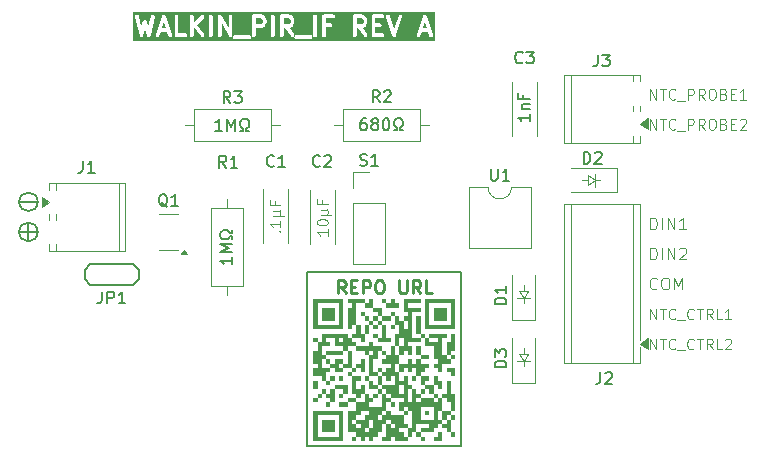
<source format=gto>
%TF.GenerationSoftware,KiCad,Pcbnew,9.0.1+1*%
%TF.CreationDate,2025-12-31T20:00:15+00:00*%
%TF.ProjectId,WALKIN_PIR_IF,57414c4b-494e-45f5-9049-525f49462e6b,A*%
%TF.SameCoordinates,Original*%
%TF.FileFunction,Legend,Top*%
%TF.FilePolarity,Positive*%
%FSLAX46Y46*%
G04 Gerber Fmt 4.6, Leading zero omitted, Abs format (unit mm)*
G04 Created by KiCad (PCBNEW 9.0.1+1) date 2025-12-31 20:00:15*
%MOMM*%
%LPD*%
G01*
G04 APERTURE LIST*
%ADD10C,0.200000*%
%ADD11C,0.150000*%
%ADD12C,0.100000*%
%ADD13C,0.320000*%
%ADD14C,0.112500*%
%ADD15C,0.220000*%
%ADD16C,0.120000*%
%ADD17C,0.000000*%
G04 APERTURE END LIST*
D10*
X148470470Y-102025000D02*
X161510470Y-102025000D01*
X161510470Y-116735000D01*
X148470470Y-116735000D01*
X148470470Y-102025000D01*
D11*
X125660000Y-96071101D02*
G75*
G02*
X124080000Y-96071101I-790000J0D01*
G01*
X124080000Y-96071101D02*
G75*
G02*
X125660000Y-96071101I790000J0D01*
G01*
X125660000Y-98621101D02*
X124080000Y-98621101D01*
X125660000Y-98621101D02*
G75*
G02*
X124080000Y-98621101I-790000J0D01*
G01*
X124080000Y-98621101D02*
G75*
G02*
X125660000Y-98621101I790000J0D01*
G01*
X124870000Y-97831101D02*
X124870000Y-99411101D01*
X125660000Y-96071101D02*
X124080000Y-96071101D01*
D12*
X178075312Y-103383281D02*
X178027693Y-103430901D01*
X178027693Y-103430901D02*
X177884836Y-103478520D01*
X177884836Y-103478520D02*
X177789598Y-103478520D01*
X177789598Y-103478520D02*
X177646741Y-103430901D01*
X177646741Y-103430901D02*
X177551503Y-103335662D01*
X177551503Y-103335662D02*
X177503884Y-103240424D01*
X177503884Y-103240424D02*
X177456265Y-103049948D01*
X177456265Y-103049948D02*
X177456265Y-102907091D01*
X177456265Y-102907091D02*
X177503884Y-102716615D01*
X177503884Y-102716615D02*
X177551503Y-102621377D01*
X177551503Y-102621377D02*
X177646741Y-102526139D01*
X177646741Y-102526139D02*
X177789598Y-102478520D01*
X177789598Y-102478520D02*
X177884836Y-102478520D01*
X177884836Y-102478520D02*
X178027693Y-102526139D01*
X178027693Y-102526139D02*
X178075312Y-102573758D01*
X178694360Y-102478520D02*
X178884836Y-102478520D01*
X178884836Y-102478520D02*
X178980074Y-102526139D01*
X178980074Y-102526139D02*
X179075312Y-102621377D01*
X179075312Y-102621377D02*
X179122931Y-102811853D01*
X179122931Y-102811853D02*
X179122931Y-103145186D01*
X179122931Y-103145186D02*
X179075312Y-103335662D01*
X179075312Y-103335662D02*
X178980074Y-103430901D01*
X178980074Y-103430901D02*
X178884836Y-103478520D01*
X178884836Y-103478520D02*
X178694360Y-103478520D01*
X178694360Y-103478520D02*
X178599122Y-103430901D01*
X178599122Y-103430901D02*
X178503884Y-103335662D01*
X178503884Y-103335662D02*
X178456265Y-103145186D01*
X178456265Y-103145186D02*
X178456265Y-102811853D01*
X178456265Y-102811853D02*
X178503884Y-102621377D01*
X178503884Y-102621377D02*
X178599122Y-102526139D01*
X178599122Y-102526139D02*
X178694360Y-102478520D01*
X179551503Y-103478520D02*
X179551503Y-102478520D01*
X179551503Y-102478520D02*
X179884836Y-103192805D01*
X179884836Y-103192805D02*
X180218169Y-102478520D01*
X180218169Y-102478520D02*
X180218169Y-103478520D01*
D13*
G36*
X146982892Y-80565237D02*
G01*
X147022362Y-80604709D01*
X147070050Y-80700082D01*
X147070050Y-80853112D01*
X147022362Y-80948485D01*
X146982892Y-80987957D01*
X146887516Y-81035645D01*
X146475764Y-81035645D01*
X146475764Y-80517550D01*
X146887516Y-80517550D01*
X146982892Y-80565237D01*
G37*
G36*
X153154322Y-80565237D02*
G01*
X153193792Y-80604709D01*
X153241480Y-80700082D01*
X153241480Y-80853112D01*
X153193792Y-80948485D01*
X153154322Y-80987957D01*
X153058946Y-81035645D01*
X152647194Y-81035645D01*
X152647194Y-80517550D01*
X153058946Y-80517550D01*
X153154322Y-80565237D01*
G37*
G36*
X136493775Y-81340407D02*
G01*
X136175846Y-81340407D01*
X136334810Y-80863513D01*
X136493775Y-81340407D01*
G37*
G36*
X158589016Y-81340407D02*
G01*
X158271087Y-81340407D01*
X158430051Y-80863513D01*
X158589016Y-81340407D01*
G37*
G36*
X144620987Y-80565237D02*
G01*
X144660457Y-80604709D01*
X144708145Y-80700082D01*
X144708145Y-80853112D01*
X144660457Y-80948485D01*
X144620987Y-80987957D01*
X144525611Y-81035645D01*
X144113859Y-81035645D01*
X144113859Y-80517550D01*
X144525611Y-80517550D01*
X144620987Y-80565237D01*
G37*
G36*
X159299907Y-82447709D02*
G01*
X133711431Y-82447709D01*
X133711431Y-80363532D01*
X133889209Y-80363532D01*
X133893448Y-80394609D01*
X134274400Y-81994609D01*
X134278091Y-82005320D01*
X134278602Y-82009161D01*
X134280611Y-82012632D01*
X134284620Y-82024262D01*
X134298241Y-82043083D01*
X134309881Y-82063189D01*
X134316405Y-82068183D01*
X134321221Y-82074837D01*
X134341000Y-82087008D01*
X134359455Y-82101135D01*
X134367395Y-82103252D01*
X134374389Y-82107556D01*
X134397320Y-82111232D01*
X134419775Y-82117220D01*
X134427920Y-82116137D01*
X134436031Y-82117438D01*
X134458633Y-82112056D01*
X134481660Y-82108997D01*
X134488767Y-82104882D01*
X134496761Y-82102979D01*
X134515582Y-82089357D01*
X134535688Y-82077718D01*
X134540682Y-82071193D01*
X134547336Y-82066378D01*
X134559507Y-82046598D01*
X134573634Y-82028144D01*
X134577953Y-82016624D01*
X134580055Y-82013210D01*
X134580667Y-82009386D01*
X134584647Y-81998776D01*
X134734811Y-81435661D01*
X134884975Y-81998776D01*
X134888954Y-82009386D01*
X134889567Y-82013210D01*
X134891668Y-82016624D01*
X134895988Y-82028144D01*
X134910114Y-82046598D01*
X134922286Y-82066378D01*
X134928939Y-82071193D01*
X134933934Y-82077718D01*
X134954036Y-82089355D01*
X134972860Y-82102979D01*
X134980855Y-82104882D01*
X134987962Y-82108997D01*
X135010987Y-82112056D01*
X135033591Y-82117438D01*
X135041701Y-82116137D01*
X135049847Y-82117220D01*
X135072301Y-82111232D01*
X135095233Y-82107556D01*
X135102226Y-82103252D01*
X135110167Y-82101135D01*
X135128621Y-82087008D01*
X135148401Y-82074837D01*
X135153216Y-82068183D01*
X135159741Y-82063189D01*
X135171378Y-82043086D01*
X135185002Y-82024263D01*
X135189010Y-82012631D01*
X135191020Y-82009161D01*
X135191530Y-82005320D01*
X135195222Y-81994609D01*
X135208810Y-81937538D01*
X135642733Y-81937538D01*
X135647159Y-81999810D01*
X135675078Y-82055648D01*
X135722240Y-82096552D01*
X135781465Y-82116294D01*
X135843737Y-82111868D01*
X135899575Y-82083949D01*
X135940479Y-82036787D01*
X135953266Y-82008146D01*
X136069179Y-81660407D01*
X136600442Y-81660407D01*
X136716355Y-82008146D01*
X136729142Y-82036787D01*
X136770046Y-82083949D01*
X136825884Y-82111868D01*
X136888156Y-82116294D01*
X136947381Y-82096552D01*
X136994543Y-82055648D01*
X137022462Y-81999810D01*
X137026888Y-81937538D01*
X137019933Y-81906954D01*
X136503465Y-80357550D01*
X137241478Y-80357550D01*
X137241478Y-81957550D01*
X137244552Y-81988764D01*
X137268443Y-82046441D01*
X137312587Y-82090585D01*
X137370264Y-82114476D01*
X137401478Y-82117550D01*
X138163383Y-82117550D01*
X138194597Y-82114476D01*
X138252274Y-82090585D01*
X138296418Y-82046441D01*
X138320309Y-81988764D01*
X138320309Y-81926336D01*
X138296418Y-81868659D01*
X138252274Y-81824515D01*
X138194597Y-81800624D01*
X138163383Y-81797550D01*
X137561478Y-81797550D01*
X137561478Y-80357550D01*
X138536716Y-80357550D01*
X138536716Y-81957550D01*
X138539790Y-81988764D01*
X138563681Y-82046441D01*
X138607825Y-82090585D01*
X138665502Y-82114476D01*
X138727930Y-82114476D01*
X138785607Y-82090585D01*
X138829751Y-82046441D01*
X138853642Y-81988764D01*
X138856716Y-81957550D01*
X138856716Y-81338110D01*
X138907976Y-81286849D01*
X139483002Y-82053550D01*
X139504190Y-82076677D01*
X139557909Y-82108484D01*
X139619710Y-82117313D01*
X139680187Y-82101819D01*
X139730129Y-82064363D01*
X139761936Y-82010644D01*
X139770765Y-81948842D01*
X139755271Y-81888366D01*
X139739002Y-81861550D01*
X139136547Y-81058278D01*
X139724139Y-80470687D01*
X139744037Y-80446442D01*
X139767928Y-80388764D01*
X139767928Y-80357550D01*
X140136716Y-80357550D01*
X140136716Y-81957550D01*
X140139790Y-81988764D01*
X140163681Y-82046441D01*
X140207825Y-82090585D01*
X140265502Y-82114476D01*
X140327930Y-82114476D01*
X140385607Y-82090585D01*
X140429751Y-82046441D01*
X140453642Y-81988764D01*
X140456716Y-81957550D01*
X140456716Y-80357550D01*
X140898621Y-80357550D01*
X140898621Y-81957550D01*
X140901695Y-81988764D01*
X140925586Y-82046441D01*
X140969730Y-82090585D01*
X141027407Y-82114476D01*
X141089835Y-82114476D01*
X141147512Y-82090585D01*
X141191656Y-82046441D01*
X141215547Y-81988764D01*
X141218621Y-81957550D01*
X141218621Y-80960040D01*
X141833988Y-82036932D01*
X141838658Y-82043511D01*
X141839872Y-82046441D01*
X141842856Y-82049425D01*
X141852144Y-82062509D01*
X141868970Y-82075539D01*
X141884016Y-82090585D01*
X141893439Y-82094488D01*
X141901503Y-82100733D01*
X141922030Y-82106331D01*
X141941693Y-82114476D01*
X141951894Y-82114476D01*
X141961732Y-82117159D01*
X141982837Y-82114476D01*
X142004121Y-82114476D01*
X142013545Y-82110572D01*
X142023663Y-82109286D01*
X142042142Y-82098726D01*
X142061798Y-82090585D01*
X142069006Y-82083376D01*
X142077161Y-82078717D01*
X142196933Y-82078717D01*
X142196933Y-82141145D01*
X142220824Y-82198822D01*
X142264968Y-82242966D01*
X142322645Y-82266857D01*
X142353859Y-82269931D01*
X143572906Y-82269931D01*
X143604120Y-82266857D01*
X143661797Y-82242966D01*
X143705941Y-82198822D01*
X143729832Y-82141145D01*
X143729832Y-82078717D01*
X143705941Y-82021040D01*
X143661797Y-81976896D01*
X143604120Y-81953005D01*
X143572906Y-81949931D01*
X142353859Y-81949931D01*
X142322645Y-81953005D01*
X142264968Y-81976896D01*
X142220824Y-82021040D01*
X142196933Y-82078717D01*
X142077161Y-82078717D01*
X142077866Y-82078314D01*
X142090899Y-82061483D01*
X142105942Y-82046441D01*
X142109845Y-82037018D01*
X142116090Y-82028954D01*
X142121688Y-82008426D01*
X142129833Y-81988764D01*
X142131405Y-81972797D01*
X142132516Y-81968725D01*
X142132116Y-81965580D01*
X142132907Y-81957550D01*
X142132907Y-80357550D01*
X143793859Y-80357550D01*
X143793859Y-81957550D01*
X143796933Y-81988764D01*
X143820824Y-82046441D01*
X143864968Y-82090585D01*
X143922645Y-82114476D01*
X143985073Y-82114476D01*
X144042750Y-82090585D01*
X144086894Y-82046441D01*
X144110785Y-81988764D01*
X144113859Y-81957550D01*
X144113859Y-81355645D01*
X144563383Y-81355645D01*
X144594597Y-81352571D01*
X144599909Y-81350370D01*
X144605643Y-81349963D01*
X144634937Y-81338754D01*
X144787318Y-81262563D01*
X144800754Y-81254105D01*
X144804657Y-81252489D01*
X144809048Y-81248884D01*
X144813862Y-81245855D01*
X144816632Y-81242661D01*
X144828902Y-81232591D01*
X144905092Y-81156400D01*
X144915163Y-81144128D01*
X144918353Y-81141362D01*
X144921379Y-81136554D01*
X144924990Y-81132155D01*
X144926608Y-81128248D01*
X144935062Y-81114819D01*
X145011253Y-80962438D01*
X145022463Y-80933145D01*
X145022870Y-80927409D01*
X145025071Y-80922097D01*
X145028145Y-80890883D01*
X145028145Y-80662312D01*
X145025071Y-80631098D01*
X145022870Y-80625785D01*
X145022463Y-80620050D01*
X145011253Y-80590757D01*
X144935062Y-80438376D01*
X144926608Y-80424946D01*
X144924990Y-80421040D01*
X144921379Y-80416640D01*
X144918353Y-80411833D01*
X144915163Y-80409066D01*
X144905092Y-80396795D01*
X144865848Y-80357550D01*
X145393859Y-80357550D01*
X145393859Y-81957550D01*
X145396933Y-81988764D01*
X145420824Y-82046441D01*
X145464968Y-82090585D01*
X145522645Y-82114476D01*
X145585073Y-82114476D01*
X145642750Y-82090585D01*
X145686894Y-82046441D01*
X145710785Y-81988764D01*
X145713859Y-81957550D01*
X145713859Y-80357550D01*
X146155764Y-80357550D01*
X146155764Y-81957550D01*
X146158838Y-81988764D01*
X146182729Y-82046441D01*
X146226873Y-82090585D01*
X146284550Y-82114476D01*
X146346978Y-82114476D01*
X146404655Y-82090585D01*
X146448799Y-82046441D01*
X146472690Y-81988764D01*
X146475764Y-81957550D01*
X146475764Y-81355645D01*
X146613411Y-81355645D01*
X147098973Y-82049304D01*
X147119391Y-82073113D01*
X147172039Y-82106663D01*
X147233518Y-82117512D01*
X147294470Y-82104009D01*
X147330602Y-82078717D01*
X147377886Y-82078717D01*
X147377886Y-82141145D01*
X147401777Y-82198822D01*
X147445921Y-82242966D01*
X147503598Y-82266857D01*
X147534812Y-82269931D01*
X148753859Y-82269931D01*
X148785073Y-82266857D01*
X148842750Y-82242966D01*
X148886894Y-82198822D01*
X148910785Y-82141145D01*
X148910785Y-82078717D01*
X148886894Y-82021040D01*
X148842750Y-81976896D01*
X148785073Y-81953005D01*
X148753859Y-81949931D01*
X147534812Y-81949931D01*
X147503598Y-81953005D01*
X147445921Y-81976896D01*
X147401777Y-82021040D01*
X147377886Y-82078717D01*
X147330602Y-82078717D01*
X147345613Y-82068209D01*
X147379163Y-82015561D01*
X147390012Y-81954082D01*
X147376509Y-81893130D01*
X147361127Y-81865796D01*
X146993178Y-81340155D01*
X146996842Y-81338754D01*
X147149223Y-81262563D01*
X147162659Y-81254105D01*
X147166562Y-81252489D01*
X147170953Y-81248884D01*
X147175767Y-81245855D01*
X147178537Y-81242661D01*
X147190807Y-81232591D01*
X147266997Y-81156400D01*
X147277068Y-81144128D01*
X147280258Y-81141362D01*
X147283284Y-81136554D01*
X147286895Y-81132155D01*
X147288513Y-81128248D01*
X147296967Y-81114819D01*
X147373158Y-80962438D01*
X147384368Y-80933145D01*
X147384775Y-80927409D01*
X147386976Y-80922097D01*
X147390050Y-80890883D01*
X147390050Y-80662312D01*
X147386976Y-80631098D01*
X147384775Y-80625785D01*
X147384368Y-80620050D01*
X147373158Y-80590757D01*
X147296967Y-80438376D01*
X147288513Y-80424946D01*
X147286895Y-80421040D01*
X147283284Y-80416640D01*
X147280258Y-80411833D01*
X147277068Y-80409066D01*
X147266997Y-80396795D01*
X147227753Y-80357550D01*
X148974812Y-80357550D01*
X148974812Y-81957550D01*
X148977886Y-81988764D01*
X149001777Y-82046441D01*
X149045921Y-82090585D01*
X149103598Y-82114476D01*
X149166026Y-82114476D01*
X149223703Y-82090585D01*
X149267847Y-82046441D01*
X149291738Y-81988764D01*
X149294812Y-81957550D01*
X149294812Y-80357550D01*
X149736717Y-80357550D01*
X149736717Y-81957550D01*
X149739791Y-81988764D01*
X149763682Y-82046441D01*
X149807826Y-82090585D01*
X149865503Y-82114476D01*
X149927931Y-82114476D01*
X149985608Y-82090585D01*
X150029752Y-82046441D01*
X150053643Y-81988764D01*
X150056717Y-81957550D01*
X150056717Y-81279455D01*
X150430050Y-81279455D01*
X150461264Y-81276381D01*
X150518941Y-81252490D01*
X150563085Y-81208346D01*
X150586976Y-81150669D01*
X150586976Y-81088241D01*
X150563085Y-81030564D01*
X150518941Y-80986420D01*
X150461264Y-80962529D01*
X150430050Y-80959455D01*
X150056717Y-80959455D01*
X150056717Y-80517550D01*
X150658622Y-80517550D01*
X150689836Y-80514476D01*
X150747513Y-80490585D01*
X150791657Y-80446441D01*
X150815548Y-80388764D01*
X150815548Y-80357550D01*
X152327194Y-80357550D01*
X152327194Y-81957550D01*
X152330268Y-81988764D01*
X152354159Y-82046441D01*
X152398303Y-82090585D01*
X152455980Y-82114476D01*
X152518408Y-82114476D01*
X152576085Y-82090585D01*
X152620229Y-82046441D01*
X152644120Y-81988764D01*
X152647194Y-81957550D01*
X152647194Y-81355645D01*
X152784841Y-81355645D01*
X153270403Y-82049304D01*
X153290821Y-82073113D01*
X153343469Y-82106663D01*
X153404948Y-82117512D01*
X153465900Y-82104009D01*
X153517043Y-82068209D01*
X153550593Y-82015561D01*
X153561442Y-81954082D01*
X153547939Y-81893130D01*
X153532557Y-81865796D01*
X153164608Y-81340155D01*
X153168272Y-81338754D01*
X153320653Y-81262563D01*
X153334089Y-81254105D01*
X153337992Y-81252489D01*
X153342383Y-81248884D01*
X153347197Y-81245855D01*
X153349967Y-81242661D01*
X153362237Y-81232591D01*
X153438427Y-81156400D01*
X153448498Y-81144128D01*
X153451688Y-81141362D01*
X153454714Y-81136554D01*
X153458325Y-81132155D01*
X153459943Y-81128248D01*
X153468397Y-81114819D01*
X153544588Y-80962438D01*
X153555798Y-80933145D01*
X153556205Y-80927409D01*
X153558406Y-80922097D01*
X153561480Y-80890883D01*
X153561480Y-80662312D01*
X153558406Y-80631098D01*
X153556205Y-80625785D01*
X153555798Y-80620050D01*
X153544588Y-80590757D01*
X153468397Y-80438376D01*
X153459943Y-80424946D01*
X153458325Y-80421040D01*
X153454714Y-80416640D01*
X153451688Y-80411833D01*
X153448498Y-80409066D01*
X153438427Y-80396795D01*
X153399183Y-80357550D01*
X153927194Y-80357550D01*
X153927194Y-81957550D01*
X153930268Y-81988764D01*
X153954159Y-82046441D01*
X153998303Y-82090585D01*
X154055980Y-82114476D01*
X154087194Y-82117550D01*
X154849099Y-82117550D01*
X154880313Y-82114476D01*
X154937990Y-82090585D01*
X154982134Y-82046441D01*
X155006025Y-81988764D01*
X155006025Y-81926336D01*
X154982134Y-81868659D01*
X154937990Y-81824515D01*
X154880313Y-81800624D01*
X154849099Y-81797550D01*
X154247194Y-81797550D01*
X154247194Y-81279455D01*
X154620527Y-81279455D01*
X154651741Y-81276381D01*
X154709418Y-81252490D01*
X154753562Y-81208346D01*
X154777453Y-81150669D01*
X154777453Y-81088241D01*
X154753562Y-81030564D01*
X154709418Y-80986420D01*
X154651741Y-80962529D01*
X154620527Y-80959455D01*
X154247194Y-80959455D01*
X154247194Y-80517550D01*
X154849099Y-80517550D01*
X154880313Y-80514476D01*
X154937990Y-80490585D01*
X154982134Y-80446441D01*
X155006025Y-80388764D01*
X155006025Y-80377562D01*
X155147497Y-80377562D01*
X155154452Y-80408146D01*
X155687786Y-82008146D01*
X155700573Y-82036786D01*
X155708063Y-82045422D01*
X155713176Y-82055648D01*
X155728333Y-82068793D01*
X155741477Y-82083949D01*
X155751700Y-82089060D01*
X155760338Y-82096552D01*
X155779373Y-82102897D01*
X155797315Y-82111868D01*
X155808716Y-82112678D01*
X155819563Y-82116294D01*
X155839575Y-82114871D01*
X155859587Y-82116294D01*
X155870433Y-82112678D01*
X155881835Y-82111868D01*
X155899776Y-82102897D01*
X155918812Y-82096552D01*
X155927449Y-82089060D01*
X155937673Y-82083949D01*
X155950817Y-82068792D01*
X155965974Y-82055648D01*
X155971085Y-82045424D01*
X155978577Y-82036787D01*
X155991364Y-82008146D01*
X156014900Y-81937538D01*
X157737974Y-81937538D01*
X157742400Y-81999810D01*
X157770319Y-82055648D01*
X157817481Y-82096552D01*
X157876706Y-82116294D01*
X157938978Y-82111868D01*
X157994816Y-82083949D01*
X158035720Y-82036787D01*
X158048507Y-82008146D01*
X158164420Y-81660407D01*
X158695683Y-81660407D01*
X158811596Y-82008146D01*
X158824383Y-82036787D01*
X158865287Y-82083949D01*
X158921125Y-82111868D01*
X158983397Y-82116294D01*
X159042622Y-82096552D01*
X159089784Y-82055648D01*
X159117703Y-81999810D01*
X159122129Y-81937538D01*
X159115174Y-81906954D01*
X158581841Y-80306954D01*
X158569054Y-80278313D01*
X158561562Y-80269675D01*
X158556451Y-80259452D01*
X158541294Y-80246307D01*
X158528150Y-80231151D01*
X158517926Y-80226039D01*
X158509289Y-80218548D01*
X158490253Y-80212202D01*
X158472312Y-80203232D01*
X158460910Y-80202421D01*
X158450064Y-80198806D01*
X158430052Y-80200228D01*
X158410040Y-80198806D01*
X158399193Y-80202421D01*
X158387792Y-80203232D01*
X158369850Y-80212202D01*
X158350815Y-80218548D01*
X158342177Y-80226039D01*
X158331954Y-80231151D01*
X158318810Y-80246306D01*
X158303653Y-80259452D01*
X158298540Y-80269677D01*
X158291050Y-80278314D01*
X158278263Y-80306954D01*
X157744929Y-81906954D01*
X157737974Y-81937538D01*
X156014900Y-81937538D01*
X156524697Y-80408146D01*
X156531652Y-80377562D01*
X156527226Y-80315290D01*
X156499307Y-80259452D01*
X156452145Y-80218548D01*
X156392920Y-80198806D01*
X156330648Y-80203232D01*
X156274810Y-80231151D01*
X156233906Y-80278313D01*
X156221119Y-80306954D01*
X155839574Y-81451586D01*
X155458030Y-80306954D01*
X155445243Y-80278313D01*
X155404339Y-80231151D01*
X155348501Y-80203232D01*
X155286229Y-80198806D01*
X155227004Y-80218548D01*
X155179842Y-80259452D01*
X155151923Y-80315290D01*
X155147497Y-80377562D01*
X155006025Y-80377562D01*
X155006025Y-80326336D01*
X154982134Y-80268659D01*
X154937990Y-80224515D01*
X154880313Y-80200624D01*
X154849099Y-80197550D01*
X154087194Y-80197550D01*
X154055980Y-80200624D01*
X153998303Y-80224515D01*
X153954159Y-80268659D01*
X153930268Y-80326336D01*
X153927194Y-80357550D01*
X153399183Y-80357550D01*
X153362237Y-80320604D01*
X153349967Y-80310533D01*
X153347197Y-80307340D01*
X153342383Y-80304310D01*
X153337992Y-80300706D01*
X153334089Y-80299089D01*
X153320653Y-80290632D01*
X153168272Y-80214441D01*
X153138978Y-80203232D01*
X153133244Y-80202824D01*
X153127932Y-80200624D01*
X153096718Y-80197550D01*
X152487194Y-80197550D01*
X152455980Y-80200624D01*
X152398303Y-80224515D01*
X152354159Y-80268659D01*
X152330268Y-80326336D01*
X152327194Y-80357550D01*
X150815548Y-80357550D01*
X150815548Y-80326336D01*
X150791657Y-80268659D01*
X150747513Y-80224515D01*
X150689836Y-80200624D01*
X150658622Y-80197550D01*
X149896717Y-80197550D01*
X149865503Y-80200624D01*
X149807826Y-80224515D01*
X149763682Y-80268659D01*
X149739791Y-80326336D01*
X149736717Y-80357550D01*
X149294812Y-80357550D01*
X149291738Y-80326336D01*
X149267847Y-80268659D01*
X149223703Y-80224515D01*
X149166026Y-80200624D01*
X149103598Y-80200624D01*
X149045921Y-80224515D01*
X149001777Y-80268659D01*
X148977886Y-80326336D01*
X148974812Y-80357550D01*
X147227753Y-80357550D01*
X147190807Y-80320604D01*
X147178537Y-80310533D01*
X147175767Y-80307340D01*
X147170953Y-80304310D01*
X147166562Y-80300706D01*
X147162659Y-80299089D01*
X147149223Y-80290632D01*
X146996842Y-80214441D01*
X146967548Y-80203232D01*
X146961814Y-80202824D01*
X146956502Y-80200624D01*
X146925288Y-80197550D01*
X146315764Y-80197550D01*
X146284550Y-80200624D01*
X146226873Y-80224515D01*
X146182729Y-80268659D01*
X146158838Y-80326336D01*
X146155764Y-80357550D01*
X145713859Y-80357550D01*
X145710785Y-80326336D01*
X145686894Y-80268659D01*
X145642750Y-80224515D01*
X145585073Y-80200624D01*
X145522645Y-80200624D01*
X145464968Y-80224515D01*
X145420824Y-80268659D01*
X145396933Y-80326336D01*
X145393859Y-80357550D01*
X144865848Y-80357550D01*
X144828902Y-80320604D01*
X144816632Y-80310533D01*
X144813862Y-80307340D01*
X144809048Y-80304310D01*
X144804657Y-80300706D01*
X144800754Y-80299089D01*
X144787318Y-80290632D01*
X144634937Y-80214441D01*
X144605643Y-80203232D01*
X144599909Y-80202824D01*
X144594597Y-80200624D01*
X144563383Y-80197550D01*
X143953859Y-80197550D01*
X143922645Y-80200624D01*
X143864968Y-80224515D01*
X143820824Y-80268659D01*
X143796933Y-80326336D01*
X143793859Y-80357550D01*
X142132907Y-80357550D01*
X142129833Y-80326336D01*
X142105942Y-80268659D01*
X142061798Y-80224515D01*
X142004121Y-80200624D01*
X141941693Y-80200624D01*
X141884016Y-80224515D01*
X141839872Y-80268659D01*
X141815981Y-80326336D01*
X141812907Y-80357550D01*
X141812907Y-81355059D01*
X141197540Y-80278168D01*
X141192869Y-80271588D01*
X141191656Y-80268659D01*
X141188669Y-80265672D01*
X141179384Y-80252592D01*
X141162560Y-80239563D01*
X141147512Y-80224515D01*
X141138088Y-80220611D01*
X141130025Y-80214367D01*
X141109497Y-80208768D01*
X141089835Y-80200624D01*
X141079634Y-80200624D01*
X141069796Y-80197941D01*
X141048691Y-80200624D01*
X141027407Y-80200624D01*
X141017982Y-80204527D01*
X141007865Y-80205814D01*
X140989389Y-80216371D01*
X140969730Y-80224515D01*
X140962518Y-80231726D01*
X140953663Y-80236787D01*
X140940634Y-80253610D01*
X140925586Y-80268659D01*
X140921682Y-80278082D01*
X140915438Y-80286146D01*
X140909839Y-80306673D01*
X140901695Y-80326336D01*
X140900122Y-80342302D01*
X140899012Y-80346375D01*
X140899411Y-80349519D01*
X140898621Y-80357550D01*
X140456716Y-80357550D01*
X140453642Y-80326336D01*
X140429751Y-80268659D01*
X140385607Y-80224515D01*
X140327930Y-80200624D01*
X140265502Y-80200624D01*
X140207825Y-80224515D01*
X140163681Y-80268659D01*
X140139790Y-80326336D01*
X140136716Y-80357550D01*
X139767928Y-80357550D01*
X139767928Y-80326335D01*
X139744037Y-80268658D01*
X139699894Y-80224515D01*
X139642217Y-80200624D01*
X139579788Y-80200624D01*
X139522110Y-80224515D01*
X139497865Y-80244413D01*
X138856716Y-80885562D01*
X138856716Y-80357550D01*
X138853642Y-80326336D01*
X138829751Y-80268659D01*
X138785607Y-80224515D01*
X138727930Y-80200624D01*
X138665502Y-80200624D01*
X138607825Y-80224515D01*
X138563681Y-80268659D01*
X138539790Y-80326336D01*
X138536716Y-80357550D01*
X137561478Y-80357550D01*
X137558404Y-80326336D01*
X137534513Y-80268659D01*
X137490369Y-80224515D01*
X137432692Y-80200624D01*
X137370264Y-80200624D01*
X137312587Y-80224515D01*
X137268443Y-80268659D01*
X137244552Y-80326336D01*
X137241478Y-80357550D01*
X136503465Y-80357550D01*
X136486600Y-80306954D01*
X136473813Y-80278313D01*
X136466321Y-80269675D01*
X136461210Y-80259452D01*
X136446053Y-80246307D01*
X136432909Y-80231151D01*
X136422685Y-80226039D01*
X136414048Y-80218548D01*
X136395012Y-80212202D01*
X136377071Y-80203232D01*
X136365669Y-80202421D01*
X136354823Y-80198806D01*
X136334811Y-80200228D01*
X136314799Y-80198806D01*
X136303952Y-80202421D01*
X136292551Y-80203232D01*
X136274609Y-80212202D01*
X136255574Y-80218548D01*
X136246936Y-80226039D01*
X136236713Y-80231151D01*
X136223569Y-80246306D01*
X136208412Y-80259452D01*
X136203299Y-80269677D01*
X136195809Y-80278314D01*
X136183022Y-80306954D01*
X135649688Y-81906954D01*
X135642733Y-81937538D01*
X135208810Y-81937538D01*
X135576175Y-80394610D01*
X135580414Y-80363533D01*
X135570532Y-80301890D01*
X135537813Y-80248722D01*
X135487238Y-80212122D01*
X135426508Y-80197662D01*
X135364866Y-80207544D01*
X135311698Y-80240263D01*
X135275097Y-80290838D01*
X135264877Y-80320491D01*
X135030791Y-81303649D01*
X134889409Y-80773467D01*
X134886665Y-80766152D01*
X134886258Y-80763082D01*
X134884147Y-80759436D01*
X134878396Y-80744099D01*
X134865557Y-80727326D01*
X134854979Y-80709054D01*
X134846749Y-80702754D01*
X134840450Y-80694525D01*
X134822177Y-80683946D01*
X134805405Y-80671108D01*
X134795388Y-80668436D01*
X134786422Y-80663246D01*
X134765493Y-80660465D01*
X134745085Y-80655023D01*
X134734811Y-80656388D01*
X134724537Y-80655023D01*
X134704128Y-80660465D01*
X134683200Y-80663246D01*
X134674233Y-80668436D01*
X134664217Y-80671108D01*
X134647444Y-80683946D01*
X134629172Y-80694525D01*
X134622872Y-80702754D01*
X134614643Y-80709054D01*
X134604064Y-80727326D01*
X134591226Y-80744099D01*
X134585474Y-80759436D01*
X134583364Y-80763082D01*
X134582956Y-80766152D01*
X134580213Y-80773467D01*
X134438831Y-81303649D01*
X134204746Y-80320491D01*
X134194526Y-80290838D01*
X134157925Y-80240263D01*
X134104757Y-80207544D01*
X134043115Y-80197662D01*
X133982385Y-80212121D01*
X133931810Y-80248722D01*
X133899091Y-80301890D01*
X133889209Y-80363532D01*
X133711431Y-80363532D01*
X133711431Y-80019772D01*
X159299907Y-80019772D01*
X159299907Y-82447709D01*
G37*
D14*
X150200507Y-98409672D02*
X150200507Y-98923958D01*
X150200507Y-98666815D02*
X149300507Y-98666815D01*
X149300507Y-98666815D02*
X149429078Y-98752529D01*
X149429078Y-98752529D02*
X149514792Y-98838244D01*
X149514792Y-98838244D02*
X149557650Y-98923958D01*
X149300507Y-97852529D02*
X149300507Y-97766815D01*
X149300507Y-97766815D02*
X149343364Y-97681101D01*
X149343364Y-97681101D02*
X149386221Y-97638244D01*
X149386221Y-97638244D02*
X149471935Y-97595386D01*
X149471935Y-97595386D02*
X149643364Y-97552529D01*
X149643364Y-97552529D02*
X149857650Y-97552529D01*
X149857650Y-97552529D02*
X150029078Y-97595386D01*
X150029078Y-97595386D02*
X150114792Y-97638244D01*
X150114792Y-97638244D02*
X150157650Y-97681101D01*
X150157650Y-97681101D02*
X150200507Y-97766815D01*
X150200507Y-97766815D02*
X150200507Y-97852529D01*
X150200507Y-97852529D02*
X150157650Y-97938244D01*
X150157650Y-97938244D02*
X150114792Y-97981101D01*
X150114792Y-97981101D02*
X150029078Y-98023958D01*
X150029078Y-98023958D02*
X149857650Y-98066815D01*
X149857650Y-98066815D02*
X149643364Y-98066815D01*
X149643364Y-98066815D02*
X149471935Y-98023958D01*
X149471935Y-98023958D02*
X149386221Y-97981101D01*
X149386221Y-97981101D02*
X149343364Y-97938244D01*
X149343364Y-97938244D02*
X149300507Y-97852529D01*
X149600507Y-97166815D02*
X150500507Y-97166815D01*
X150071935Y-96738243D02*
X150157650Y-96695386D01*
X150157650Y-96695386D02*
X150200507Y-96609672D01*
X150071935Y-97166815D02*
X150157650Y-97123958D01*
X150157650Y-97123958D02*
X150200507Y-97038243D01*
X150200507Y-97038243D02*
X150200507Y-96866815D01*
X150200507Y-96866815D02*
X150157650Y-96781101D01*
X150157650Y-96781101D02*
X150071935Y-96738243D01*
X150071935Y-96738243D02*
X149600507Y-96738243D01*
X149729078Y-95923958D02*
X149729078Y-96223958D01*
X150200507Y-96223958D02*
X149300507Y-96223958D01*
X149300507Y-96223958D02*
X149300507Y-95795386D01*
D11*
X153436666Y-89005920D02*
X153246190Y-89005920D01*
X153246190Y-89005920D02*
X153150952Y-89053539D01*
X153150952Y-89053539D02*
X153103333Y-89101158D01*
X153103333Y-89101158D02*
X153008095Y-89244015D01*
X153008095Y-89244015D02*
X152960476Y-89434491D01*
X152960476Y-89434491D02*
X152960476Y-89815443D01*
X152960476Y-89815443D02*
X153008095Y-89910681D01*
X153008095Y-89910681D02*
X153055714Y-89958301D01*
X153055714Y-89958301D02*
X153150952Y-90005920D01*
X153150952Y-90005920D02*
X153341428Y-90005920D01*
X153341428Y-90005920D02*
X153436666Y-89958301D01*
X153436666Y-89958301D02*
X153484285Y-89910681D01*
X153484285Y-89910681D02*
X153531904Y-89815443D01*
X153531904Y-89815443D02*
X153531904Y-89577348D01*
X153531904Y-89577348D02*
X153484285Y-89482110D01*
X153484285Y-89482110D02*
X153436666Y-89434491D01*
X153436666Y-89434491D02*
X153341428Y-89386872D01*
X153341428Y-89386872D02*
X153150952Y-89386872D01*
X153150952Y-89386872D02*
X153055714Y-89434491D01*
X153055714Y-89434491D02*
X153008095Y-89482110D01*
X153008095Y-89482110D02*
X152960476Y-89577348D01*
X154103333Y-89434491D02*
X154008095Y-89386872D01*
X154008095Y-89386872D02*
X153960476Y-89339253D01*
X153960476Y-89339253D02*
X153912857Y-89244015D01*
X153912857Y-89244015D02*
X153912857Y-89196396D01*
X153912857Y-89196396D02*
X153960476Y-89101158D01*
X153960476Y-89101158D02*
X154008095Y-89053539D01*
X154008095Y-89053539D02*
X154103333Y-89005920D01*
X154103333Y-89005920D02*
X154293809Y-89005920D01*
X154293809Y-89005920D02*
X154389047Y-89053539D01*
X154389047Y-89053539D02*
X154436666Y-89101158D01*
X154436666Y-89101158D02*
X154484285Y-89196396D01*
X154484285Y-89196396D02*
X154484285Y-89244015D01*
X154484285Y-89244015D02*
X154436666Y-89339253D01*
X154436666Y-89339253D02*
X154389047Y-89386872D01*
X154389047Y-89386872D02*
X154293809Y-89434491D01*
X154293809Y-89434491D02*
X154103333Y-89434491D01*
X154103333Y-89434491D02*
X154008095Y-89482110D01*
X154008095Y-89482110D02*
X153960476Y-89529729D01*
X153960476Y-89529729D02*
X153912857Y-89624967D01*
X153912857Y-89624967D02*
X153912857Y-89815443D01*
X153912857Y-89815443D02*
X153960476Y-89910681D01*
X153960476Y-89910681D02*
X154008095Y-89958301D01*
X154008095Y-89958301D02*
X154103333Y-90005920D01*
X154103333Y-90005920D02*
X154293809Y-90005920D01*
X154293809Y-90005920D02*
X154389047Y-89958301D01*
X154389047Y-89958301D02*
X154436666Y-89910681D01*
X154436666Y-89910681D02*
X154484285Y-89815443D01*
X154484285Y-89815443D02*
X154484285Y-89624967D01*
X154484285Y-89624967D02*
X154436666Y-89529729D01*
X154436666Y-89529729D02*
X154389047Y-89482110D01*
X154389047Y-89482110D02*
X154293809Y-89434491D01*
X155103333Y-89005920D02*
X155198571Y-89005920D01*
X155198571Y-89005920D02*
X155293809Y-89053539D01*
X155293809Y-89053539D02*
X155341428Y-89101158D01*
X155341428Y-89101158D02*
X155389047Y-89196396D01*
X155389047Y-89196396D02*
X155436666Y-89386872D01*
X155436666Y-89386872D02*
X155436666Y-89624967D01*
X155436666Y-89624967D02*
X155389047Y-89815443D01*
X155389047Y-89815443D02*
X155341428Y-89910681D01*
X155341428Y-89910681D02*
X155293809Y-89958301D01*
X155293809Y-89958301D02*
X155198571Y-90005920D01*
X155198571Y-90005920D02*
X155103333Y-90005920D01*
X155103333Y-90005920D02*
X155008095Y-89958301D01*
X155008095Y-89958301D02*
X154960476Y-89910681D01*
X154960476Y-89910681D02*
X154912857Y-89815443D01*
X154912857Y-89815443D02*
X154865238Y-89624967D01*
X154865238Y-89624967D02*
X154865238Y-89386872D01*
X154865238Y-89386872D02*
X154912857Y-89196396D01*
X154912857Y-89196396D02*
X154960476Y-89101158D01*
X154960476Y-89101158D02*
X155008095Y-89053539D01*
X155008095Y-89053539D02*
X155103333Y-89005920D01*
X155817619Y-90005920D02*
X156055714Y-90005920D01*
X156055714Y-90005920D02*
X156055714Y-89815443D01*
X156055714Y-89815443D02*
X155960476Y-89767824D01*
X155960476Y-89767824D02*
X155865238Y-89672586D01*
X155865238Y-89672586D02*
X155817619Y-89529729D01*
X155817619Y-89529729D02*
X155817619Y-89291634D01*
X155817619Y-89291634D02*
X155865238Y-89148777D01*
X155865238Y-89148777D02*
X155960476Y-89053539D01*
X155960476Y-89053539D02*
X156103333Y-89005920D01*
X156103333Y-89005920D02*
X156293809Y-89005920D01*
X156293809Y-89005920D02*
X156436666Y-89053539D01*
X156436666Y-89053539D02*
X156531904Y-89148777D01*
X156531904Y-89148777D02*
X156579523Y-89291634D01*
X156579523Y-89291634D02*
X156579523Y-89529729D01*
X156579523Y-89529729D02*
X156531904Y-89672586D01*
X156531904Y-89672586D02*
X156436666Y-89767824D01*
X156436666Y-89767824D02*
X156341428Y-89815443D01*
X156341428Y-89815443D02*
X156341428Y-90005920D01*
X156341428Y-90005920D02*
X156579523Y-90005920D01*
D14*
X177488298Y-108565108D02*
X177488298Y-107665108D01*
X177488298Y-107665108D02*
X178002584Y-108565108D01*
X178002584Y-108565108D02*
X178002584Y-107665108D01*
X178302584Y-107665108D02*
X178816870Y-107665108D01*
X178559727Y-108565108D02*
X178559727Y-107665108D01*
X179631155Y-108479393D02*
X179588298Y-108522251D01*
X179588298Y-108522251D02*
X179459726Y-108565108D01*
X179459726Y-108565108D02*
X179374012Y-108565108D01*
X179374012Y-108565108D02*
X179245441Y-108522251D01*
X179245441Y-108522251D02*
X179159726Y-108436536D01*
X179159726Y-108436536D02*
X179116869Y-108350822D01*
X179116869Y-108350822D02*
X179074012Y-108179393D01*
X179074012Y-108179393D02*
X179074012Y-108050822D01*
X179074012Y-108050822D02*
X179116869Y-107879393D01*
X179116869Y-107879393D02*
X179159726Y-107793679D01*
X179159726Y-107793679D02*
X179245441Y-107707965D01*
X179245441Y-107707965D02*
X179374012Y-107665108D01*
X179374012Y-107665108D02*
X179459726Y-107665108D01*
X179459726Y-107665108D02*
X179588298Y-107707965D01*
X179588298Y-107707965D02*
X179631155Y-107750822D01*
X179802584Y-108650822D02*
X180488298Y-108650822D01*
X181216869Y-108479393D02*
X181174012Y-108522251D01*
X181174012Y-108522251D02*
X181045440Y-108565108D01*
X181045440Y-108565108D02*
X180959726Y-108565108D01*
X180959726Y-108565108D02*
X180831155Y-108522251D01*
X180831155Y-108522251D02*
X180745440Y-108436536D01*
X180745440Y-108436536D02*
X180702583Y-108350822D01*
X180702583Y-108350822D02*
X180659726Y-108179393D01*
X180659726Y-108179393D02*
X180659726Y-108050822D01*
X180659726Y-108050822D02*
X180702583Y-107879393D01*
X180702583Y-107879393D02*
X180745440Y-107793679D01*
X180745440Y-107793679D02*
X180831155Y-107707965D01*
X180831155Y-107707965D02*
X180959726Y-107665108D01*
X180959726Y-107665108D02*
X181045440Y-107665108D01*
X181045440Y-107665108D02*
X181174012Y-107707965D01*
X181174012Y-107707965D02*
X181216869Y-107750822D01*
X181474012Y-107665108D02*
X181988298Y-107665108D01*
X181731155Y-108565108D02*
X181731155Y-107665108D01*
X182802583Y-108565108D02*
X182502583Y-108136536D01*
X182288297Y-108565108D02*
X182288297Y-107665108D01*
X182288297Y-107665108D02*
X182631154Y-107665108D01*
X182631154Y-107665108D02*
X182716869Y-107707965D01*
X182716869Y-107707965D02*
X182759726Y-107750822D01*
X182759726Y-107750822D02*
X182802583Y-107836536D01*
X182802583Y-107836536D02*
X182802583Y-107965108D01*
X182802583Y-107965108D02*
X182759726Y-108050822D01*
X182759726Y-108050822D02*
X182716869Y-108093679D01*
X182716869Y-108093679D02*
X182631154Y-108136536D01*
X182631154Y-108136536D02*
X182288297Y-108136536D01*
X183616869Y-108565108D02*
X183188297Y-108565108D01*
X183188297Y-108565108D02*
X183188297Y-107665108D01*
X183874011Y-107750822D02*
X183916868Y-107707965D01*
X183916868Y-107707965D02*
X184002583Y-107665108D01*
X184002583Y-107665108D02*
X184216868Y-107665108D01*
X184216868Y-107665108D02*
X184302583Y-107707965D01*
X184302583Y-107707965D02*
X184345440Y-107750822D01*
X184345440Y-107750822D02*
X184388297Y-107836536D01*
X184388297Y-107836536D02*
X184388297Y-107922251D01*
X184388297Y-107922251D02*
X184345440Y-108050822D01*
X184345440Y-108050822D02*
X183831154Y-108565108D01*
X183831154Y-108565108D02*
X184388297Y-108565108D01*
X177488298Y-89952608D02*
X177488298Y-89052608D01*
X177488298Y-89052608D02*
X178002584Y-89952608D01*
X178002584Y-89952608D02*
X178002584Y-89052608D01*
X178302584Y-89052608D02*
X178816870Y-89052608D01*
X178559727Y-89952608D02*
X178559727Y-89052608D01*
X179631155Y-89866893D02*
X179588298Y-89909751D01*
X179588298Y-89909751D02*
X179459726Y-89952608D01*
X179459726Y-89952608D02*
X179374012Y-89952608D01*
X179374012Y-89952608D02*
X179245441Y-89909751D01*
X179245441Y-89909751D02*
X179159726Y-89824036D01*
X179159726Y-89824036D02*
X179116869Y-89738322D01*
X179116869Y-89738322D02*
X179074012Y-89566893D01*
X179074012Y-89566893D02*
X179074012Y-89438322D01*
X179074012Y-89438322D02*
X179116869Y-89266893D01*
X179116869Y-89266893D02*
X179159726Y-89181179D01*
X179159726Y-89181179D02*
X179245441Y-89095465D01*
X179245441Y-89095465D02*
X179374012Y-89052608D01*
X179374012Y-89052608D02*
X179459726Y-89052608D01*
X179459726Y-89052608D02*
X179588298Y-89095465D01*
X179588298Y-89095465D02*
X179631155Y-89138322D01*
X179802584Y-90038322D02*
X180488298Y-90038322D01*
X180702583Y-89952608D02*
X180702583Y-89052608D01*
X180702583Y-89052608D02*
X181045440Y-89052608D01*
X181045440Y-89052608D02*
X181131155Y-89095465D01*
X181131155Y-89095465D02*
X181174012Y-89138322D01*
X181174012Y-89138322D02*
X181216869Y-89224036D01*
X181216869Y-89224036D02*
X181216869Y-89352608D01*
X181216869Y-89352608D02*
X181174012Y-89438322D01*
X181174012Y-89438322D02*
X181131155Y-89481179D01*
X181131155Y-89481179D02*
X181045440Y-89524036D01*
X181045440Y-89524036D02*
X180702583Y-89524036D01*
X182116869Y-89952608D02*
X181816869Y-89524036D01*
X181602583Y-89952608D02*
X181602583Y-89052608D01*
X181602583Y-89052608D02*
X181945440Y-89052608D01*
X181945440Y-89052608D02*
X182031155Y-89095465D01*
X182031155Y-89095465D02*
X182074012Y-89138322D01*
X182074012Y-89138322D02*
X182116869Y-89224036D01*
X182116869Y-89224036D02*
X182116869Y-89352608D01*
X182116869Y-89352608D02*
X182074012Y-89438322D01*
X182074012Y-89438322D02*
X182031155Y-89481179D01*
X182031155Y-89481179D02*
X181945440Y-89524036D01*
X181945440Y-89524036D02*
X181602583Y-89524036D01*
X182674012Y-89052608D02*
X182845440Y-89052608D01*
X182845440Y-89052608D02*
X182931155Y-89095465D01*
X182931155Y-89095465D02*
X183016869Y-89181179D01*
X183016869Y-89181179D02*
X183059726Y-89352608D01*
X183059726Y-89352608D02*
X183059726Y-89652608D01*
X183059726Y-89652608D02*
X183016869Y-89824036D01*
X183016869Y-89824036D02*
X182931155Y-89909751D01*
X182931155Y-89909751D02*
X182845440Y-89952608D01*
X182845440Y-89952608D02*
X182674012Y-89952608D01*
X182674012Y-89952608D02*
X182588298Y-89909751D01*
X182588298Y-89909751D02*
X182502583Y-89824036D01*
X182502583Y-89824036D02*
X182459726Y-89652608D01*
X182459726Y-89652608D02*
X182459726Y-89352608D01*
X182459726Y-89352608D02*
X182502583Y-89181179D01*
X182502583Y-89181179D02*
X182588298Y-89095465D01*
X182588298Y-89095465D02*
X182674012Y-89052608D01*
X183745440Y-89481179D02*
X183874012Y-89524036D01*
X183874012Y-89524036D02*
X183916869Y-89566893D01*
X183916869Y-89566893D02*
X183959726Y-89652608D01*
X183959726Y-89652608D02*
X183959726Y-89781179D01*
X183959726Y-89781179D02*
X183916869Y-89866893D01*
X183916869Y-89866893D02*
X183874012Y-89909751D01*
X183874012Y-89909751D02*
X183788297Y-89952608D01*
X183788297Y-89952608D02*
X183445440Y-89952608D01*
X183445440Y-89952608D02*
X183445440Y-89052608D01*
X183445440Y-89052608D02*
X183745440Y-89052608D01*
X183745440Y-89052608D02*
X183831155Y-89095465D01*
X183831155Y-89095465D02*
X183874012Y-89138322D01*
X183874012Y-89138322D02*
X183916869Y-89224036D01*
X183916869Y-89224036D02*
X183916869Y-89309751D01*
X183916869Y-89309751D02*
X183874012Y-89395465D01*
X183874012Y-89395465D02*
X183831155Y-89438322D01*
X183831155Y-89438322D02*
X183745440Y-89481179D01*
X183745440Y-89481179D02*
X183445440Y-89481179D01*
X184345440Y-89481179D02*
X184645440Y-89481179D01*
X184774012Y-89952608D02*
X184345440Y-89952608D01*
X184345440Y-89952608D02*
X184345440Y-89052608D01*
X184345440Y-89052608D02*
X184774012Y-89052608D01*
X185116869Y-89138322D02*
X185159726Y-89095465D01*
X185159726Y-89095465D02*
X185245441Y-89052608D01*
X185245441Y-89052608D02*
X185459726Y-89052608D01*
X185459726Y-89052608D02*
X185545441Y-89095465D01*
X185545441Y-89095465D02*
X185588298Y-89138322D01*
X185588298Y-89138322D02*
X185631155Y-89224036D01*
X185631155Y-89224036D02*
X185631155Y-89309751D01*
X185631155Y-89309751D02*
X185588298Y-89438322D01*
X185588298Y-89438322D02*
X185074012Y-89952608D01*
X185074012Y-89952608D02*
X185631155Y-89952608D01*
D11*
X141272857Y-90045920D02*
X140701429Y-90045920D01*
X140987143Y-90045920D02*
X140987143Y-89045920D01*
X140987143Y-89045920D02*
X140891905Y-89188777D01*
X140891905Y-89188777D02*
X140796667Y-89284015D01*
X140796667Y-89284015D02*
X140701429Y-89331634D01*
X141701429Y-90045920D02*
X141701429Y-89045920D01*
X141701429Y-89045920D02*
X142034762Y-89760205D01*
X142034762Y-89760205D02*
X142368095Y-89045920D01*
X142368095Y-89045920D02*
X142368095Y-90045920D01*
X142796667Y-90045920D02*
X143034762Y-90045920D01*
X143034762Y-90045920D02*
X143034762Y-89855443D01*
X143034762Y-89855443D02*
X142939524Y-89807824D01*
X142939524Y-89807824D02*
X142844286Y-89712586D01*
X142844286Y-89712586D02*
X142796667Y-89569729D01*
X142796667Y-89569729D02*
X142796667Y-89331634D01*
X142796667Y-89331634D02*
X142844286Y-89188777D01*
X142844286Y-89188777D02*
X142939524Y-89093539D01*
X142939524Y-89093539D02*
X143082381Y-89045920D01*
X143082381Y-89045920D02*
X143272857Y-89045920D01*
X143272857Y-89045920D02*
X143415714Y-89093539D01*
X143415714Y-89093539D02*
X143510952Y-89188777D01*
X143510952Y-89188777D02*
X143558571Y-89331634D01*
X143558571Y-89331634D02*
X143558571Y-89569729D01*
X143558571Y-89569729D02*
X143510952Y-89712586D01*
X143510952Y-89712586D02*
X143415714Y-89807824D01*
X143415714Y-89807824D02*
X143320476Y-89855443D01*
X143320476Y-89855443D02*
X143320476Y-90045920D01*
X143320476Y-90045920D02*
X143558571Y-90045920D01*
D14*
X146094792Y-98566815D02*
X146137650Y-98523958D01*
X146137650Y-98523958D02*
X146180507Y-98566815D01*
X146180507Y-98566815D02*
X146137650Y-98609672D01*
X146137650Y-98609672D02*
X146094792Y-98566815D01*
X146094792Y-98566815D02*
X146180507Y-98566815D01*
X146180507Y-97666815D02*
X146180507Y-98181101D01*
X146180507Y-97923958D02*
X145280507Y-97923958D01*
X145280507Y-97923958D02*
X145409078Y-98009672D01*
X145409078Y-98009672D02*
X145494792Y-98095387D01*
X145494792Y-98095387D02*
X145537650Y-98181101D01*
X145580507Y-97281101D02*
X146480507Y-97281101D01*
X146051935Y-96852529D02*
X146137650Y-96809672D01*
X146137650Y-96809672D02*
X146180507Y-96723958D01*
X146051935Y-97281101D02*
X146137650Y-97238244D01*
X146137650Y-97238244D02*
X146180507Y-97152529D01*
X146180507Y-97152529D02*
X146180507Y-96981101D01*
X146180507Y-96981101D02*
X146137650Y-96895387D01*
X146137650Y-96895387D02*
X146051935Y-96852529D01*
X146051935Y-96852529D02*
X145580507Y-96852529D01*
X145709078Y-96038244D02*
X145709078Y-96338244D01*
X146180507Y-96338244D02*
X145280507Y-96338244D01*
X145280507Y-96338244D02*
X145280507Y-95909672D01*
X177488298Y-106027608D02*
X177488298Y-105127608D01*
X177488298Y-105127608D02*
X178002584Y-106027608D01*
X178002584Y-106027608D02*
X178002584Y-105127608D01*
X178302584Y-105127608D02*
X178816870Y-105127608D01*
X178559727Y-106027608D02*
X178559727Y-105127608D01*
X179631155Y-105941893D02*
X179588298Y-105984751D01*
X179588298Y-105984751D02*
X179459726Y-106027608D01*
X179459726Y-106027608D02*
X179374012Y-106027608D01*
X179374012Y-106027608D02*
X179245441Y-105984751D01*
X179245441Y-105984751D02*
X179159726Y-105899036D01*
X179159726Y-105899036D02*
X179116869Y-105813322D01*
X179116869Y-105813322D02*
X179074012Y-105641893D01*
X179074012Y-105641893D02*
X179074012Y-105513322D01*
X179074012Y-105513322D02*
X179116869Y-105341893D01*
X179116869Y-105341893D02*
X179159726Y-105256179D01*
X179159726Y-105256179D02*
X179245441Y-105170465D01*
X179245441Y-105170465D02*
X179374012Y-105127608D01*
X179374012Y-105127608D02*
X179459726Y-105127608D01*
X179459726Y-105127608D02*
X179588298Y-105170465D01*
X179588298Y-105170465D02*
X179631155Y-105213322D01*
X179802584Y-106113322D02*
X180488298Y-106113322D01*
X181216869Y-105941893D02*
X181174012Y-105984751D01*
X181174012Y-105984751D02*
X181045440Y-106027608D01*
X181045440Y-106027608D02*
X180959726Y-106027608D01*
X180959726Y-106027608D02*
X180831155Y-105984751D01*
X180831155Y-105984751D02*
X180745440Y-105899036D01*
X180745440Y-105899036D02*
X180702583Y-105813322D01*
X180702583Y-105813322D02*
X180659726Y-105641893D01*
X180659726Y-105641893D02*
X180659726Y-105513322D01*
X180659726Y-105513322D02*
X180702583Y-105341893D01*
X180702583Y-105341893D02*
X180745440Y-105256179D01*
X180745440Y-105256179D02*
X180831155Y-105170465D01*
X180831155Y-105170465D02*
X180959726Y-105127608D01*
X180959726Y-105127608D02*
X181045440Y-105127608D01*
X181045440Y-105127608D02*
X181174012Y-105170465D01*
X181174012Y-105170465D02*
X181216869Y-105213322D01*
X181474012Y-105127608D02*
X181988298Y-105127608D01*
X181731155Y-106027608D02*
X181731155Y-105127608D01*
X182802583Y-106027608D02*
X182502583Y-105599036D01*
X182288297Y-106027608D02*
X182288297Y-105127608D01*
X182288297Y-105127608D02*
X182631154Y-105127608D01*
X182631154Y-105127608D02*
X182716869Y-105170465D01*
X182716869Y-105170465D02*
X182759726Y-105213322D01*
X182759726Y-105213322D02*
X182802583Y-105299036D01*
X182802583Y-105299036D02*
X182802583Y-105427608D01*
X182802583Y-105427608D02*
X182759726Y-105513322D01*
X182759726Y-105513322D02*
X182716869Y-105556179D01*
X182716869Y-105556179D02*
X182631154Y-105599036D01*
X182631154Y-105599036D02*
X182288297Y-105599036D01*
X183616869Y-106027608D02*
X183188297Y-106027608D01*
X183188297Y-106027608D02*
X183188297Y-105127608D01*
X184388297Y-106027608D02*
X183874011Y-106027608D01*
X184131154Y-106027608D02*
X184131154Y-105127608D01*
X184131154Y-105127608D02*
X184045440Y-105256179D01*
X184045440Y-105256179D02*
X183959725Y-105341893D01*
X183959725Y-105341893D02*
X183874011Y-105384751D01*
D12*
X177503884Y-98403520D02*
X177503884Y-97403520D01*
X177503884Y-97403520D02*
X177741979Y-97403520D01*
X177741979Y-97403520D02*
X177884836Y-97451139D01*
X177884836Y-97451139D02*
X177980074Y-97546377D01*
X177980074Y-97546377D02*
X178027693Y-97641615D01*
X178027693Y-97641615D02*
X178075312Y-97832091D01*
X178075312Y-97832091D02*
X178075312Y-97974948D01*
X178075312Y-97974948D02*
X178027693Y-98165424D01*
X178027693Y-98165424D02*
X177980074Y-98260662D01*
X177980074Y-98260662D02*
X177884836Y-98355901D01*
X177884836Y-98355901D02*
X177741979Y-98403520D01*
X177741979Y-98403520D02*
X177503884Y-98403520D01*
X178503884Y-98403520D02*
X178503884Y-97403520D01*
X178980074Y-98403520D02*
X178980074Y-97403520D01*
X178980074Y-97403520D02*
X179551502Y-98403520D01*
X179551502Y-98403520D02*
X179551502Y-97403520D01*
X180551502Y-98403520D02*
X179980074Y-98403520D01*
X180265788Y-98403520D02*
X180265788Y-97403520D01*
X180265788Y-97403520D02*
X180170550Y-97546377D01*
X180170550Y-97546377D02*
X180075312Y-97641615D01*
X180075312Y-97641615D02*
X179980074Y-97689234D01*
D14*
X177488298Y-87415108D02*
X177488298Y-86515108D01*
X177488298Y-86515108D02*
X178002584Y-87415108D01*
X178002584Y-87415108D02*
X178002584Y-86515108D01*
X178302584Y-86515108D02*
X178816870Y-86515108D01*
X178559727Y-87415108D02*
X178559727Y-86515108D01*
X179631155Y-87329393D02*
X179588298Y-87372251D01*
X179588298Y-87372251D02*
X179459726Y-87415108D01*
X179459726Y-87415108D02*
X179374012Y-87415108D01*
X179374012Y-87415108D02*
X179245441Y-87372251D01*
X179245441Y-87372251D02*
X179159726Y-87286536D01*
X179159726Y-87286536D02*
X179116869Y-87200822D01*
X179116869Y-87200822D02*
X179074012Y-87029393D01*
X179074012Y-87029393D02*
X179074012Y-86900822D01*
X179074012Y-86900822D02*
X179116869Y-86729393D01*
X179116869Y-86729393D02*
X179159726Y-86643679D01*
X179159726Y-86643679D02*
X179245441Y-86557965D01*
X179245441Y-86557965D02*
X179374012Y-86515108D01*
X179374012Y-86515108D02*
X179459726Y-86515108D01*
X179459726Y-86515108D02*
X179588298Y-86557965D01*
X179588298Y-86557965D02*
X179631155Y-86600822D01*
X179802584Y-87500822D02*
X180488298Y-87500822D01*
X180702583Y-87415108D02*
X180702583Y-86515108D01*
X180702583Y-86515108D02*
X181045440Y-86515108D01*
X181045440Y-86515108D02*
X181131155Y-86557965D01*
X181131155Y-86557965D02*
X181174012Y-86600822D01*
X181174012Y-86600822D02*
X181216869Y-86686536D01*
X181216869Y-86686536D02*
X181216869Y-86815108D01*
X181216869Y-86815108D02*
X181174012Y-86900822D01*
X181174012Y-86900822D02*
X181131155Y-86943679D01*
X181131155Y-86943679D02*
X181045440Y-86986536D01*
X181045440Y-86986536D02*
X180702583Y-86986536D01*
X182116869Y-87415108D02*
X181816869Y-86986536D01*
X181602583Y-87415108D02*
X181602583Y-86515108D01*
X181602583Y-86515108D02*
X181945440Y-86515108D01*
X181945440Y-86515108D02*
X182031155Y-86557965D01*
X182031155Y-86557965D02*
X182074012Y-86600822D01*
X182074012Y-86600822D02*
X182116869Y-86686536D01*
X182116869Y-86686536D02*
X182116869Y-86815108D01*
X182116869Y-86815108D02*
X182074012Y-86900822D01*
X182074012Y-86900822D02*
X182031155Y-86943679D01*
X182031155Y-86943679D02*
X181945440Y-86986536D01*
X181945440Y-86986536D02*
X181602583Y-86986536D01*
X182674012Y-86515108D02*
X182845440Y-86515108D01*
X182845440Y-86515108D02*
X182931155Y-86557965D01*
X182931155Y-86557965D02*
X183016869Y-86643679D01*
X183016869Y-86643679D02*
X183059726Y-86815108D01*
X183059726Y-86815108D02*
X183059726Y-87115108D01*
X183059726Y-87115108D02*
X183016869Y-87286536D01*
X183016869Y-87286536D02*
X182931155Y-87372251D01*
X182931155Y-87372251D02*
X182845440Y-87415108D01*
X182845440Y-87415108D02*
X182674012Y-87415108D01*
X182674012Y-87415108D02*
X182588298Y-87372251D01*
X182588298Y-87372251D02*
X182502583Y-87286536D01*
X182502583Y-87286536D02*
X182459726Y-87115108D01*
X182459726Y-87115108D02*
X182459726Y-86815108D01*
X182459726Y-86815108D02*
X182502583Y-86643679D01*
X182502583Y-86643679D02*
X182588298Y-86557965D01*
X182588298Y-86557965D02*
X182674012Y-86515108D01*
X183745440Y-86943679D02*
X183874012Y-86986536D01*
X183874012Y-86986536D02*
X183916869Y-87029393D01*
X183916869Y-87029393D02*
X183959726Y-87115108D01*
X183959726Y-87115108D02*
X183959726Y-87243679D01*
X183959726Y-87243679D02*
X183916869Y-87329393D01*
X183916869Y-87329393D02*
X183874012Y-87372251D01*
X183874012Y-87372251D02*
X183788297Y-87415108D01*
X183788297Y-87415108D02*
X183445440Y-87415108D01*
X183445440Y-87415108D02*
X183445440Y-86515108D01*
X183445440Y-86515108D02*
X183745440Y-86515108D01*
X183745440Y-86515108D02*
X183831155Y-86557965D01*
X183831155Y-86557965D02*
X183874012Y-86600822D01*
X183874012Y-86600822D02*
X183916869Y-86686536D01*
X183916869Y-86686536D02*
X183916869Y-86772251D01*
X183916869Y-86772251D02*
X183874012Y-86857965D01*
X183874012Y-86857965D02*
X183831155Y-86900822D01*
X183831155Y-86900822D02*
X183745440Y-86943679D01*
X183745440Y-86943679D02*
X183445440Y-86943679D01*
X184345440Y-86943679D02*
X184645440Y-86943679D01*
X184774012Y-87415108D02*
X184345440Y-87415108D01*
X184345440Y-87415108D02*
X184345440Y-86515108D01*
X184345440Y-86515108D02*
X184774012Y-86515108D01*
X185631155Y-87415108D02*
X185116869Y-87415108D01*
X185374012Y-87415108D02*
X185374012Y-86515108D01*
X185374012Y-86515108D02*
X185288298Y-86643679D01*
X185288298Y-86643679D02*
X185202583Y-86729393D01*
X185202583Y-86729393D02*
X185116869Y-86772251D01*
D15*
X151716661Y-103818940D02*
X151349994Y-103295131D01*
X151088089Y-103818940D02*
X151088089Y-102718940D01*
X151088089Y-102718940D02*
X151507137Y-102718940D01*
X151507137Y-102718940D02*
X151611899Y-102771321D01*
X151611899Y-102771321D02*
X151664280Y-102823702D01*
X151664280Y-102823702D02*
X151716661Y-102928464D01*
X151716661Y-102928464D02*
X151716661Y-103085607D01*
X151716661Y-103085607D02*
X151664280Y-103190369D01*
X151664280Y-103190369D02*
X151611899Y-103242750D01*
X151611899Y-103242750D02*
X151507137Y-103295131D01*
X151507137Y-103295131D02*
X151088089Y-103295131D01*
X152188089Y-103242750D02*
X152554756Y-103242750D01*
X152711899Y-103818940D02*
X152188089Y-103818940D01*
X152188089Y-103818940D02*
X152188089Y-102718940D01*
X152188089Y-102718940D02*
X152711899Y-102718940D01*
X153183327Y-103818940D02*
X153183327Y-102718940D01*
X153183327Y-102718940D02*
X153602375Y-102718940D01*
X153602375Y-102718940D02*
X153707137Y-102771321D01*
X153707137Y-102771321D02*
X153759518Y-102823702D01*
X153759518Y-102823702D02*
X153811899Y-102928464D01*
X153811899Y-102928464D02*
X153811899Y-103085607D01*
X153811899Y-103085607D02*
X153759518Y-103190369D01*
X153759518Y-103190369D02*
X153707137Y-103242750D01*
X153707137Y-103242750D02*
X153602375Y-103295131D01*
X153602375Y-103295131D02*
X153183327Y-103295131D01*
X154492851Y-102718940D02*
X154702375Y-102718940D01*
X154702375Y-102718940D02*
X154807137Y-102771321D01*
X154807137Y-102771321D02*
X154911899Y-102876083D01*
X154911899Y-102876083D02*
X154964280Y-103085607D01*
X154964280Y-103085607D02*
X154964280Y-103452274D01*
X154964280Y-103452274D02*
X154911899Y-103661798D01*
X154911899Y-103661798D02*
X154807137Y-103766560D01*
X154807137Y-103766560D02*
X154702375Y-103818940D01*
X154702375Y-103818940D02*
X154492851Y-103818940D01*
X154492851Y-103818940D02*
X154388089Y-103766560D01*
X154388089Y-103766560D02*
X154283327Y-103661798D01*
X154283327Y-103661798D02*
X154230946Y-103452274D01*
X154230946Y-103452274D02*
X154230946Y-103085607D01*
X154230946Y-103085607D02*
X154283327Y-102876083D01*
X154283327Y-102876083D02*
X154388089Y-102771321D01*
X154388089Y-102771321D02*
X154492851Y-102718940D01*
X156273803Y-102718940D02*
X156273803Y-103609417D01*
X156273803Y-103609417D02*
X156326184Y-103714179D01*
X156326184Y-103714179D02*
X156378565Y-103766560D01*
X156378565Y-103766560D02*
X156483327Y-103818940D01*
X156483327Y-103818940D02*
X156692851Y-103818940D01*
X156692851Y-103818940D02*
X156797613Y-103766560D01*
X156797613Y-103766560D02*
X156849994Y-103714179D01*
X156849994Y-103714179D02*
X156902375Y-103609417D01*
X156902375Y-103609417D02*
X156902375Y-102718940D01*
X158054756Y-103818940D02*
X157688089Y-103295131D01*
X157426184Y-103818940D02*
X157426184Y-102718940D01*
X157426184Y-102718940D02*
X157845232Y-102718940D01*
X157845232Y-102718940D02*
X157949994Y-102771321D01*
X157949994Y-102771321D02*
X158002375Y-102823702D01*
X158002375Y-102823702D02*
X158054756Y-102928464D01*
X158054756Y-102928464D02*
X158054756Y-103085607D01*
X158054756Y-103085607D02*
X158002375Y-103190369D01*
X158002375Y-103190369D02*
X157949994Y-103242750D01*
X157949994Y-103242750D02*
X157845232Y-103295131D01*
X157845232Y-103295131D02*
X157426184Y-103295131D01*
X159049994Y-103818940D02*
X158526184Y-103818940D01*
X158526184Y-103818940D02*
X158526184Y-102718940D01*
D12*
X177503884Y-100941020D02*
X177503884Y-99941020D01*
X177503884Y-99941020D02*
X177741979Y-99941020D01*
X177741979Y-99941020D02*
X177884836Y-99988639D01*
X177884836Y-99988639D02*
X177980074Y-100083877D01*
X177980074Y-100083877D02*
X178027693Y-100179115D01*
X178027693Y-100179115D02*
X178075312Y-100369591D01*
X178075312Y-100369591D02*
X178075312Y-100512448D01*
X178075312Y-100512448D02*
X178027693Y-100702924D01*
X178027693Y-100702924D02*
X177980074Y-100798162D01*
X177980074Y-100798162D02*
X177884836Y-100893401D01*
X177884836Y-100893401D02*
X177741979Y-100941020D01*
X177741979Y-100941020D02*
X177503884Y-100941020D01*
X178503884Y-100941020D02*
X178503884Y-99941020D01*
X178980074Y-100941020D02*
X178980074Y-99941020D01*
X178980074Y-99941020D02*
X179551502Y-100941020D01*
X179551502Y-100941020D02*
X179551502Y-99941020D01*
X179980074Y-100036258D02*
X180027693Y-99988639D01*
X180027693Y-99988639D02*
X180122931Y-99941020D01*
X180122931Y-99941020D02*
X180361026Y-99941020D01*
X180361026Y-99941020D02*
X180456264Y-99988639D01*
X180456264Y-99988639D02*
X180503883Y-100036258D01*
X180503883Y-100036258D02*
X180551502Y-100131496D01*
X180551502Y-100131496D02*
X180551502Y-100226734D01*
X180551502Y-100226734D02*
X180503883Y-100369591D01*
X180503883Y-100369591D02*
X179932455Y-100941020D01*
X179932455Y-100941020D02*
X180551502Y-100941020D01*
D11*
X167304819Y-88676339D02*
X167304819Y-89247767D01*
X167304819Y-88962053D02*
X166304819Y-88962053D01*
X166304819Y-88962053D02*
X166447676Y-89057291D01*
X166447676Y-89057291D02*
X166542914Y-89152529D01*
X166542914Y-89152529D02*
X166590533Y-89247767D01*
X166638152Y-88247767D02*
X167304819Y-88247767D01*
X166733390Y-88247767D02*
X166685771Y-88200148D01*
X166685771Y-88200148D02*
X166638152Y-88104910D01*
X166638152Y-88104910D02*
X166638152Y-87962053D01*
X166638152Y-87962053D02*
X166685771Y-87866815D01*
X166685771Y-87866815D02*
X166781009Y-87819196D01*
X166781009Y-87819196D02*
X167304819Y-87819196D01*
X166781009Y-87009672D02*
X166781009Y-87343005D01*
X167304819Y-87343005D02*
X166304819Y-87343005D01*
X166304819Y-87343005D02*
X166304819Y-86866815D01*
X142124819Y-100758243D02*
X142124819Y-101329671D01*
X142124819Y-101043957D02*
X141124819Y-101043957D01*
X141124819Y-101043957D02*
X141267676Y-101139195D01*
X141267676Y-101139195D02*
X141362914Y-101234433D01*
X141362914Y-101234433D02*
X141410533Y-101329671D01*
X142124819Y-100329671D02*
X141124819Y-100329671D01*
X141124819Y-100329671D02*
X141839104Y-99996338D01*
X141839104Y-99996338D02*
X141124819Y-99663005D01*
X141124819Y-99663005D02*
X142124819Y-99663005D01*
X142124819Y-99234433D02*
X142124819Y-98996338D01*
X142124819Y-98996338D02*
X141934342Y-98996338D01*
X141934342Y-98996338D02*
X141886723Y-99091576D01*
X141886723Y-99091576D02*
X141791485Y-99186814D01*
X141791485Y-99186814D02*
X141648628Y-99234433D01*
X141648628Y-99234433D02*
X141410533Y-99234433D01*
X141410533Y-99234433D02*
X141267676Y-99186814D01*
X141267676Y-99186814D02*
X141172438Y-99091576D01*
X141172438Y-99091576D02*
X141124819Y-98948719D01*
X141124819Y-98948719D02*
X141124819Y-98758243D01*
X141124819Y-98758243D02*
X141172438Y-98615386D01*
X141172438Y-98615386D02*
X141267676Y-98520148D01*
X141267676Y-98520148D02*
X141410533Y-98472529D01*
X141410533Y-98472529D02*
X141648628Y-98472529D01*
X141648628Y-98472529D02*
X141791485Y-98520148D01*
X141791485Y-98520148D02*
X141886723Y-98615386D01*
X141886723Y-98615386D02*
X141934342Y-98710624D01*
X141934342Y-98710624D02*
X142124819Y-98710624D01*
X142124819Y-98710624D02*
X142124819Y-98472529D01*
X173286666Y-110475920D02*
X173286666Y-111190205D01*
X173286666Y-111190205D02*
X173239047Y-111333062D01*
X173239047Y-111333062D02*
X173143809Y-111428301D01*
X173143809Y-111428301D02*
X173000952Y-111475920D01*
X173000952Y-111475920D02*
X172905714Y-111475920D01*
X173715238Y-110571158D02*
X173762857Y-110523539D01*
X173762857Y-110523539D02*
X173858095Y-110475920D01*
X173858095Y-110475920D02*
X174096190Y-110475920D01*
X174096190Y-110475920D02*
X174191428Y-110523539D01*
X174191428Y-110523539D02*
X174239047Y-110571158D01*
X174239047Y-110571158D02*
X174286666Y-110666396D01*
X174286666Y-110666396D02*
X174286666Y-110761634D01*
X174286666Y-110761634D02*
X174239047Y-110904491D01*
X174239047Y-110904491D02*
X173667619Y-111475920D01*
X173667619Y-111475920D02*
X174286666Y-111475920D01*
X145653333Y-93020681D02*
X145605714Y-93068301D01*
X145605714Y-93068301D02*
X145462857Y-93115920D01*
X145462857Y-93115920D02*
X145367619Y-93115920D01*
X145367619Y-93115920D02*
X145224762Y-93068301D01*
X145224762Y-93068301D02*
X145129524Y-92973062D01*
X145129524Y-92973062D02*
X145081905Y-92877824D01*
X145081905Y-92877824D02*
X145034286Y-92687348D01*
X145034286Y-92687348D02*
X145034286Y-92544491D01*
X145034286Y-92544491D02*
X145081905Y-92354015D01*
X145081905Y-92354015D02*
X145129524Y-92258777D01*
X145129524Y-92258777D02*
X145224762Y-92163539D01*
X145224762Y-92163539D02*
X145367619Y-92115920D01*
X145367619Y-92115920D02*
X145462857Y-92115920D01*
X145462857Y-92115920D02*
X145605714Y-92163539D01*
X145605714Y-92163539D02*
X145653333Y-92211158D01*
X146605714Y-93115920D02*
X146034286Y-93115920D01*
X146320000Y-93115920D02*
X146320000Y-92115920D01*
X146320000Y-92115920D02*
X146224762Y-92258777D01*
X146224762Y-92258777D02*
X146129524Y-92354015D01*
X146129524Y-92354015D02*
X146034286Y-92401634D01*
X149543333Y-93020681D02*
X149495714Y-93068301D01*
X149495714Y-93068301D02*
X149352857Y-93115920D01*
X149352857Y-93115920D02*
X149257619Y-93115920D01*
X149257619Y-93115920D02*
X149114762Y-93068301D01*
X149114762Y-93068301D02*
X149019524Y-92973062D01*
X149019524Y-92973062D02*
X148971905Y-92877824D01*
X148971905Y-92877824D02*
X148924286Y-92687348D01*
X148924286Y-92687348D02*
X148924286Y-92544491D01*
X148924286Y-92544491D02*
X148971905Y-92354015D01*
X148971905Y-92354015D02*
X149019524Y-92258777D01*
X149019524Y-92258777D02*
X149114762Y-92163539D01*
X149114762Y-92163539D02*
X149257619Y-92115920D01*
X149257619Y-92115920D02*
X149352857Y-92115920D01*
X149352857Y-92115920D02*
X149495714Y-92163539D01*
X149495714Y-92163539D02*
X149543333Y-92211158D01*
X149924286Y-92211158D02*
X149971905Y-92163539D01*
X149971905Y-92163539D02*
X150067143Y-92115920D01*
X150067143Y-92115920D02*
X150305238Y-92115920D01*
X150305238Y-92115920D02*
X150400476Y-92163539D01*
X150400476Y-92163539D02*
X150448095Y-92211158D01*
X150448095Y-92211158D02*
X150495714Y-92306396D01*
X150495714Y-92306396D02*
X150495714Y-92401634D01*
X150495714Y-92401634D02*
X150448095Y-92544491D01*
X150448095Y-92544491D02*
X149876667Y-93115920D01*
X149876667Y-93115920D02*
X150495714Y-93115920D01*
X164018095Y-93270920D02*
X164018095Y-94080443D01*
X164018095Y-94080443D02*
X164065714Y-94175681D01*
X164065714Y-94175681D02*
X164113333Y-94223301D01*
X164113333Y-94223301D02*
X164208571Y-94270920D01*
X164208571Y-94270920D02*
X164399047Y-94270920D01*
X164399047Y-94270920D02*
X164494285Y-94223301D01*
X164494285Y-94223301D02*
X164541904Y-94175681D01*
X164541904Y-94175681D02*
X164589523Y-94080443D01*
X164589523Y-94080443D02*
X164589523Y-93270920D01*
X165589523Y-94270920D02*
X165018095Y-94270920D01*
X165303809Y-94270920D02*
X165303809Y-93270920D01*
X165303809Y-93270920D02*
X165208571Y-93413777D01*
X165208571Y-93413777D02*
X165113333Y-93509015D01*
X165113333Y-93509015D02*
X165018095Y-93556634D01*
X136637261Y-96501158D02*
X136542023Y-96453539D01*
X136542023Y-96453539D02*
X136446785Y-96358301D01*
X136446785Y-96358301D02*
X136303928Y-96215443D01*
X136303928Y-96215443D02*
X136208690Y-96167824D01*
X136208690Y-96167824D02*
X136113452Y-96167824D01*
X136161071Y-96405920D02*
X136065833Y-96358301D01*
X136065833Y-96358301D02*
X135970595Y-96263062D01*
X135970595Y-96263062D02*
X135922976Y-96072586D01*
X135922976Y-96072586D02*
X135922976Y-95739253D01*
X135922976Y-95739253D02*
X135970595Y-95548777D01*
X135970595Y-95548777D02*
X136065833Y-95453539D01*
X136065833Y-95453539D02*
X136161071Y-95405920D01*
X136161071Y-95405920D02*
X136351547Y-95405920D01*
X136351547Y-95405920D02*
X136446785Y-95453539D01*
X136446785Y-95453539D02*
X136542023Y-95548777D01*
X136542023Y-95548777D02*
X136589642Y-95739253D01*
X136589642Y-95739253D02*
X136589642Y-96072586D01*
X136589642Y-96072586D02*
X136542023Y-96263062D01*
X136542023Y-96263062D02*
X136446785Y-96358301D01*
X136446785Y-96358301D02*
X136351547Y-96405920D01*
X136351547Y-96405920D02*
X136161071Y-96405920D01*
X137542023Y-96405920D02*
X136970595Y-96405920D01*
X137256309Y-96405920D02*
X137256309Y-95405920D01*
X137256309Y-95405920D02*
X137161071Y-95548777D01*
X137161071Y-95548777D02*
X137065833Y-95644015D01*
X137065833Y-95644015D02*
X136970595Y-95691634D01*
X165339819Y-110096195D02*
X164339819Y-110096195D01*
X164339819Y-110096195D02*
X164339819Y-109858100D01*
X164339819Y-109858100D02*
X164387438Y-109715243D01*
X164387438Y-109715243D02*
X164482676Y-109620005D01*
X164482676Y-109620005D02*
X164577914Y-109572386D01*
X164577914Y-109572386D02*
X164768390Y-109524767D01*
X164768390Y-109524767D02*
X164911247Y-109524767D01*
X164911247Y-109524767D02*
X165101723Y-109572386D01*
X165101723Y-109572386D02*
X165196961Y-109620005D01*
X165196961Y-109620005D02*
X165292200Y-109715243D01*
X165292200Y-109715243D02*
X165339819Y-109858100D01*
X165339819Y-109858100D02*
X165339819Y-110096195D01*
X164339819Y-109191433D02*
X164339819Y-108572386D01*
X164339819Y-108572386D02*
X164720771Y-108905719D01*
X164720771Y-108905719D02*
X164720771Y-108762862D01*
X164720771Y-108762862D02*
X164768390Y-108667624D01*
X164768390Y-108667624D02*
X164816009Y-108620005D01*
X164816009Y-108620005D02*
X164911247Y-108572386D01*
X164911247Y-108572386D02*
X165149342Y-108572386D01*
X165149342Y-108572386D02*
X165244580Y-108620005D01*
X165244580Y-108620005D02*
X165292200Y-108667624D01*
X165292200Y-108667624D02*
X165339819Y-108762862D01*
X165339819Y-108762862D02*
X165339819Y-109048576D01*
X165339819Y-109048576D02*
X165292200Y-109143814D01*
X165292200Y-109143814D02*
X165244580Y-109191433D01*
X154603333Y-87635920D02*
X154270000Y-87159729D01*
X154031905Y-87635920D02*
X154031905Y-86635920D01*
X154031905Y-86635920D02*
X154412857Y-86635920D01*
X154412857Y-86635920D02*
X154508095Y-86683539D01*
X154508095Y-86683539D02*
X154555714Y-86731158D01*
X154555714Y-86731158D02*
X154603333Y-86826396D01*
X154603333Y-86826396D02*
X154603333Y-86969253D01*
X154603333Y-86969253D02*
X154555714Y-87064491D01*
X154555714Y-87064491D02*
X154508095Y-87112110D01*
X154508095Y-87112110D02*
X154412857Y-87159729D01*
X154412857Y-87159729D02*
X154031905Y-87159729D01*
X154984286Y-86731158D02*
X155031905Y-86683539D01*
X155031905Y-86683539D02*
X155127143Y-86635920D01*
X155127143Y-86635920D02*
X155365238Y-86635920D01*
X155365238Y-86635920D02*
X155460476Y-86683539D01*
X155460476Y-86683539D02*
X155508095Y-86731158D01*
X155508095Y-86731158D02*
X155555714Y-86826396D01*
X155555714Y-86826396D02*
X155555714Y-86921634D01*
X155555714Y-86921634D02*
X155508095Y-87064491D01*
X155508095Y-87064491D02*
X154936667Y-87635920D01*
X154936667Y-87635920D02*
X155555714Y-87635920D01*
X129486666Y-92595920D02*
X129486666Y-93310205D01*
X129486666Y-93310205D02*
X129439047Y-93453062D01*
X129439047Y-93453062D02*
X129343809Y-93548301D01*
X129343809Y-93548301D02*
X129200952Y-93595920D01*
X129200952Y-93595920D02*
X129105714Y-93595920D01*
X130486666Y-93595920D02*
X129915238Y-93595920D01*
X130200952Y-93595920D02*
X130200952Y-92595920D01*
X130200952Y-92595920D02*
X130105714Y-92738777D01*
X130105714Y-92738777D02*
X130010476Y-92834015D01*
X130010476Y-92834015D02*
X129915238Y-92881634D01*
X131086666Y-103675920D02*
X131086666Y-104390205D01*
X131086666Y-104390205D02*
X131039047Y-104533062D01*
X131039047Y-104533062D02*
X130943809Y-104628301D01*
X130943809Y-104628301D02*
X130800952Y-104675920D01*
X130800952Y-104675920D02*
X130705714Y-104675920D01*
X131562857Y-104675920D02*
X131562857Y-103675920D01*
X131562857Y-103675920D02*
X131943809Y-103675920D01*
X131943809Y-103675920D02*
X132039047Y-103723539D01*
X132039047Y-103723539D02*
X132086666Y-103771158D01*
X132086666Y-103771158D02*
X132134285Y-103866396D01*
X132134285Y-103866396D02*
X132134285Y-104009253D01*
X132134285Y-104009253D02*
X132086666Y-104104491D01*
X132086666Y-104104491D02*
X132039047Y-104152110D01*
X132039047Y-104152110D02*
X131943809Y-104199729D01*
X131943809Y-104199729D02*
X131562857Y-104199729D01*
X133086666Y-104675920D02*
X132515238Y-104675920D01*
X132800952Y-104675920D02*
X132800952Y-103675920D01*
X132800952Y-103675920D02*
X132705714Y-103818777D01*
X132705714Y-103818777D02*
X132610476Y-103914015D01*
X132610476Y-103914015D02*
X132515238Y-103961634D01*
X165334819Y-104762945D02*
X164334819Y-104762945D01*
X164334819Y-104762945D02*
X164334819Y-104524850D01*
X164334819Y-104524850D02*
X164382438Y-104381993D01*
X164382438Y-104381993D02*
X164477676Y-104286755D01*
X164477676Y-104286755D02*
X164572914Y-104239136D01*
X164572914Y-104239136D02*
X164763390Y-104191517D01*
X164763390Y-104191517D02*
X164906247Y-104191517D01*
X164906247Y-104191517D02*
X165096723Y-104239136D01*
X165096723Y-104239136D02*
X165191961Y-104286755D01*
X165191961Y-104286755D02*
X165287200Y-104381993D01*
X165287200Y-104381993D02*
X165334819Y-104524850D01*
X165334819Y-104524850D02*
X165334819Y-104762945D01*
X165334819Y-103239136D02*
X165334819Y-103810564D01*
X165334819Y-103524850D02*
X164334819Y-103524850D01*
X164334819Y-103524850D02*
X164477676Y-103620088D01*
X164477676Y-103620088D02*
X164572914Y-103715326D01*
X164572914Y-103715326D02*
X164620533Y-103810564D01*
X166703333Y-84250681D02*
X166655714Y-84298301D01*
X166655714Y-84298301D02*
X166512857Y-84345920D01*
X166512857Y-84345920D02*
X166417619Y-84345920D01*
X166417619Y-84345920D02*
X166274762Y-84298301D01*
X166274762Y-84298301D02*
X166179524Y-84203062D01*
X166179524Y-84203062D02*
X166131905Y-84107824D01*
X166131905Y-84107824D02*
X166084286Y-83917348D01*
X166084286Y-83917348D02*
X166084286Y-83774491D01*
X166084286Y-83774491D02*
X166131905Y-83584015D01*
X166131905Y-83584015D02*
X166179524Y-83488777D01*
X166179524Y-83488777D02*
X166274762Y-83393539D01*
X166274762Y-83393539D02*
X166417619Y-83345920D01*
X166417619Y-83345920D02*
X166512857Y-83345920D01*
X166512857Y-83345920D02*
X166655714Y-83393539D01*
X166655714Y-83393539D02*
X166703333Y-83441158D01*
X167036667Y-83345920D02*
X167655714Y-83345920D01*
X167655714Y-83345920D02*
X167322381Y-83726872D01*
X167322381Y-83726872D02*
X167465238Y-83726872D01*
X167465238Y-83726872D02*
X167560476Y-83774491D01*
X167560476Y-83774491D02*
X167608095Y-83822110D01*
X167608095Y-83822110D02*
X167655714Y-83917348D01*
X167655714Y-83917348D02*
X167655714Y-84155443D01*
X167655714Y-84155443D02*
X167608095Y-84250681D01*
X167608095Y-84250681D02*
X167560476Y-84298301D01*
X167560476Y-84298301D02*
X167465238Y-84345920D01*
X167465238Y-84345920D02*
X167179524Y-84345920D01*
X167179524Y-84345920D02*
X167084286Y-84298301D01*
X167084286Y-84298301D02*
X167036667Y-84250681D01*
X141613333Y-93165920D02*
X141280000Y-92689729D01*
X141041905Y-93165920D02*
X141041905Y-92165920D01*
X141041905Y-92165920D02*
X141422857Y-92165920D01*
X141422857Y-92165920D02*
X141518095Y-92213539D01*
X141518095Y-92213539D02*
X141565714Y-92261158D01*
X141565714Y-92261158D02*
X141613333Y-92356396D01*
X141613333Y-92356396D02*
X141613333Y-92499253D01*
X141613333Y-92499253D02*
X141565714Y-92594491D01*
X141565714Y-92594491D02*
X141518095Y-92642110D01*
X141518095Y-92642110D02*
X141422857Y-92689729D01*
X141422857Y-92689729D02*
X141041905Y-92689729D01*
X142565714Y-93165920D02*
X141994286Y-93165920D01*
X142280000Y-93165920D02*
X142280000Y-92165920D01*
X142280000Y-92165920D02*
X142184762Y-92308777D01*
X142184762Y-92308777D02*
X142089524Y-92404015D01*
X142089524Y-92404015D02*
X141994286Y-92451634D01*
X173066666Y-83605920D02*
X173066666Y-84320205D01*
X173066666Y-84320205D02*
X173019047Y-84463062D01*
X173019047Y-84463062D02*
X172923809Y-84558301D01*
X172923809Y-84558301D02*
X172780952Y-84605920D01*
X172780952Y-84605920D02*
X172685714Y-84605920D01*
X173447619Y-83605920D02*
X174066666Y-83605920D01*
X174066666Y-83605920D02*
X173733333Y-83986872D01*
X173733333Y-83986872D02*
X173876190Y-83986872D01*
X173876190Y-83986872D02*
X173971428Y-84034491D01*
X173971428Y-84034491D02*
X174019047Y-84082110D01*
X174019047Y-84082110D02*
X174066666Y-84177348D01*
X174066666Y-84177348D02*
X174066666Y-84415443D01*
X174066666Y-84415443D02*
X174019047Y-84510681D01*
X174019047Y-84510681D02*
X173971428Y-84558301D01*
X173971428Y-84558301D02*
X173876190Y-84605920D01*
X173876190Y-84605920D02*
X173590476Y-84605920D01*
X173590476Y-84605920D02*
X173495238Y-84558301D01*
X173495238Y-84558301D02*
X173447619Y-84510681D01*
X152938095Y-92973301D02*
X153080952Y-93020920D01*
X153080952Y-93020920D02*
X153319047Y-93020920D01*
X153319047Y-93020920D02*
X153414285Y-92973301D01*
X153414285Y-92973301D02*
X153461904Y-92925681D01*
X153461904Y-92925681D02*
X153509523Y-92830443D01*
X153509523Y-92830443D02*
X153509523Y-92735205D01*
X153509523Y-92735205D02*
X153461904Y-92639967D01*
X153461904Y-92639967D02*
X153414285Y-92592348D01*
X153414285Y-92592348D02*
X153319047Y-92544729D01*
X153319047Y-92544729D02*
X153128571Y-92497110D01*
X153128571Y-92497110D02*
X153033333Y-92449491D01*
X153033333Y-92449491D02*
X152985714Y-92401872D01*
X152985714Y-92401872D02*
X152938095Y-92306634D01*
X152938095Y-92306634D02*
X152938095Y-92211396D01*
X152938095Y-92211396D02*
X152985714Y-92116158D01*
X152985714Y-92116158D02*
X153033333Y-92068539D01*
X153033333Y-92068539D02*
X153128571Y-92020920D01*
X153128571Y-92020920D02*
X153366666Y-92020920D01*
X153366666Y-92020920D02*
X153509523Y-92068539D01*
X154461904Y-93020920D02*
X153890476Y-93020920D01*
X154176190Y-93020920D02*
X154176190Y-92020920D01*
X154176190Y-92020920D02*
X154080952Y-92163777D01*
X154080952Y-92163777D02*
X153985714Y-92259015D01*
X153985714Y-92259015D02*
X153890476Y-92306634D01*
X171885655Y-92845920D02*
X171885655Y-91845920D01*
X171885655Y-91845920D02*
X172123750Y-91845920D01*
X172123750Y-91845920D02*
X172266607Y-91893539D01*
X172266607Y-91893539D02*
X172361845Y-91988777D01*
X172361845Y-91988777D02*
X172409464Y-92084015D01*
X172409464Y-92084015D02*
X172457083Y-92274491D01*
X172457083Y-92274491D02*
X172457083Y-92417348D01*
X172457083Y-92417348D02*
X172409464Y-92607824D01*
X172409464Y-92607824D02*
X172361845Y-92703062D01*
X172361845Y-92703062D02*
X172266607Y-92798301D01*
X172266607Y-92798301D02*
X172123750Y-92845920D01*
X172123750Y-92845920D02*
X171885655Y-92845920D01*
X172838036Y-91941158D02*
X172885655Y-91893539D01*
X172885655Y-91893539D02*
X172980893Y-91845920D01*
X172980893Y-91845920D02*
X173218988Y-91845920D01*
X173218988Y-91845920D02*
X173314226Y-91893539D01*
X173314226Y-91893539D02*
X173361845Y-91941158D01*
X173361845Y-91941158D02*
X173409464Y-92036396D01*
X173409464Y-92036396D02*
X173409464Y-92131634D01*
X173409464Y-92131634D02*
X173361845Y-92274491D01*
X173361845Y-92274491D02*
X172790417Y-92845920D01*
X172790417Y-92845920D02*
X173409464Y-92845920D01*
X141963333Y-87705920D02*
X141630000Y-87229729D01*
X141391905Y-87705920D02*
X141391905Y-86705920D01*
X141391905Y-86705920D02*
X141772857Y-86705920D01*
X141772857Y-86705920D02*
X141868095Y-86753539D01*
X141868095Y-86753539D02*
X141915714Y-86801158D01*
X141915714Y-86801158D02*
X141963333Y-86896396D01*
X141963333Y-86896396D02*
X141963333Y-87039253D01*
X141963333Y-87039253D02*
X141915714Y-87134491D01*
X141915714Y-87134491D02*
X141868095Y-87182110D01*
X141868095Y-87182110D02*
X141772857Y-87229729D01*
X141772857Y-87229729D02*
X141391905Y-87229729D01*
X142296667Y-86705920D02*
X142915714Y-86705920D01*
X142915714Y-86705920D02*
X142582381Y-87086872D01*
X142582381Y-87086872D02*
X142725238Y-87086872D01*
X142725238Y-87086872D02*
X142820476Y-87134491D01*
X142820476Y-87134491D02*
X142868095Y-87182110D01*
X142868095Y-87182110D02*
X142915714Y-87277348D01*
X142915714Y-87277348D02*
X142915714Y-87515443D01*
X142915714Y-87515443D02*
X142868095Y-87610681D01*
X142868095Y-87610681D02*
X142820476Y-87658301D01*
X142820476Y-87658301D02*
X142725238Y-87705920D01*
X142725238Y-87705920D02*
X142439524Y-87705920D01*
X142439524Y-87705920D02*
X142344286Y-87658301D01*
X142344286Y-87658301D02*
X142296667Y-87610681D01*
D16*
%TO.C,J2*%
X170247500Y-96291101D02*
X176687500Y-96291101D01*
X170247500Y-109691101D02*
X170247500Y-96291101D01*
X170247500Y-109691101D02*
X176687500Y-109691101D01*
X170767500Y-109691101D02*
X170767500Y-96291101D01*
X176067500Y-109691101D02*
X176067500Y-96291101D01*
X176687500Y-107771101D02*
X176687500Y-96291101D01*
X176687500Y-109691101D02*
X176687500Y-108371101D01*
X177297500Y-108511101D02*
X176687500Y-108071101D01*
X177297500Y-107631101D01*
X177297500Y-108511101D01*
G36*
X177297500Y-108511101D02*
G01*
X176687500Y-108071101D01*
X177297500Y-107631101D01*
X177297500Y-108511101D01*
G37*
%TO.C,C1*%
X144700000Y-95011101D02*
X144700000Y-99551101D01*
X144715000Y-95011101D02*
X144700000Y-95011101D01*
X144715000Y-99551101D02*
X144700000Y-99551101D01*
X146840000Y-95011101D02*
X146825000Y-95011101D01*
X146840000Y-95011101D02*
X146840000Y-99551101D01*
X146840000Y-99551101D02*
X146825000Y-99551101D01*
%TO.C,C2*%
X148720000Y-95111101D02*
X148720000Y-99651101D01*
X148735000Y-95111101D02*
X148720000Y-95111101D01*
X148735000Y-99651101D02*
X148720000Y-99651101D01*
X150860000Y-95111101D02*
X150845000Y-95111101D01*
X150860000Y-95111101D02*
X150860000Y-99651101D01*
X150860000Y-99651101D02*
X150845000Y-99651101D01*
%TO.C,U1*%
X162130000Y-94816101D02*
X162130000Y-100016101D01*
X162130000Y-100016101D02*
X167430000Y-100016101D01*
X163780000Y-94816101D02*
X162130000Y-94816101D01*
X167430000Y-94816101D02*
X165780000Y-94816101D01*
X167430000Y-100016101D02*
X167430000Y-94816101D01*
X165780000Y-94816101D02*
G75*
G02*
X163780000Y-94816101I-1000000J0D01*
G01*
%TO.C,Q1*%
X136732500Y-97071101D02*
X135932500Y-97071101D01*
X136732500Y-97071101D02*
X137532500Y-97071101D01*
X136732500Y-100191101D02*
X135932500Y-100191101D01*
X136732500Y-100191101D02*
X137532500Y-100191101D01*
X138272500Y-100471101D02*
X137792500Y-100471101D01*
X138032500Y-100141101D01*
X138272500Y-100471101D01*
G36*
X138272500Y-100471101D02*
G01*
X137792500Y-100471101D01*
X138032500Y-100141101D01*
X138272500Y-100471101D01*
G37*
%TO.C,D3*%
X165790000Y-111441101D02*
X165790000Y-107581101D01*
X165790000Y-111441101D02*
X167790000Y-111441101D01*
D12*
X166390000Y-108981101D02*
X167190000Y-108981101D01*
X166790000Y-108981101D02*
X166790000Y-108481101D01*
X166790000Y-109581101D02*
X166240000Y-109581101D01*
X166790000Y-109581101D02*
X166390000Y-108981101D01*
X166790000Y-109581101D02*
X167340000Y-109581101D01*
X166790000Y-109981101D02*
X166790000Y-109581101D01*
X167190000Y-108981101D02*
X166790000Y-109581101D01*
D16*
X167790000Y-111441101D02*
X167790000Y-107581101D01*
%TO.C,R2*%
X150730000Y-89551101D02*
X151500000Y-89551101D01*
X151500000Y-88181101D02*
X151500000Y-90921101D01*
X151500000Y-90921101D02*
X158040000Y-90921101D01*
X158040000Y-88181101D02*
X151500000Y-88181101D01*
X158040000Y-90921101D02*
X158040000Y-88181101D01*
X158810000Y-89551101D02*
X158040000Y-89551101D01*
%TO.C,J1*%
X126610000Y-94441101D02*
X126610000Y-95031101D01*
X126610000Y-97091101D02*
X126610000Y-97571101D01*
X126610000Y-99631101D02*
X126610000Y-100221101D01*
X127230000Y-94441101D02*
X127230000Y-95031101D01*
X127230000Y-97091101D02*
X127230000Y-97571101D01*
X127230000Y-99631101D02*
X127230000Y-100221101D01*
X132530000Y-94441101D02*
X132530000Y-100221101D01*
X133050000Y-94441101D02*
X126610000Y-94441101D01*
X133050000Y-94441101D02*
X133050000Y-100221101D01*
X133050000Y-100221101D02*
X126610000Y-100221101D01*
X126610000Y-96061101D02*
X126000000Y-96501101D01*
X126000000Y-95621101D01*
X126610000Y-96061101D01*
G36*
X126610000Y-96061101D02*
G01*
X126000000Y-96501101D01*
X126000000Y-95621101D01*
X126610000Y-96061101D01*
G37*
D11*
%TO.C,JP1*%
X129620000Y-101841101D02*
X130120000Y-101341101D01*
X129620000Y-102641101D02*
X129620000Y-101841101D01*
X130120000Y-101341101D02*
X133720000Y-101341101D01*
X130120000Y-103141101D02*
X129620000Y-102641101D01*
X133720000Y-101341101D02*
X134220000Y-101841101D01*
X133720000Y-103141101D02*
X130120000Y-103141101D01*
X134220000Y-101841101D02*
X134220000Y-102641101D01*
X134220000Y-102641101D02*
X133720000Y-103141101D01*
D16*
%TO.C,D1*%
X165790000Y-106104851D02*
X165790000Y-102244851D01*
X165790000Y-106104851D02*
X167790000Y-106104851D01*
D12*
X166390000Y-103644851D02*
X167190000Y-103644851D01*
X166790000Y-103644851D02*
X166790000Y-103144851D01*
X166790000Y-104244851D02*
X166240000Y-104244851D01*
X166790000Y-104244851D02*
X166390000Y-103644851D01*
X166790000Y-104244851D02*
X167340000Y-104244851D01*
X166790000Y-104644851D02*
X166790000Y-104244851D01*
X167190000Y-103644851D02*
X166790000Y-104244851D01*
D16*
X167790000Y-106104851D02*
X167790000Y-102244851D01*
%TO.C,C3*%
X165770000Y-85951101D02*
X165785000Y-85951101D01*
X165770000Y-90491101D02*
X165770000Y-85951101D01*
X165770000Y-90491101D02*
X165785000Y-90491101D01*
X167895000Y-85951101D02*
X167910000Y-85951101D01*
X167895000Y-90491101D02*
X167910000Y-90491101D01*
X167910000Y-90491101D02*
X167910000Y-85951101D01*
%TO.C,R1*%
X140300000Y-96631101D02*
X140300000Y-103171101D01*
X140300000Y-103171101D02*
X143040000Y-103171101D01*
X141670000Y-95861101D02*
X141670000Y-96631101D01*
X141670000Y-103941101D02*
X141670000Y-103171101D01*
X143040000Y-96631101D02*
X140300000Y-96631101D01*
X143040000Y-103171101D02*
X143040000Y-96631101D01*
%TO.C,J3*%
X170247500Y-85291101D02*
X176687500Y-85291101D01*
X170247500Y-91071101D02*
X170247500Y-85291101D01*
X170247500Y-91071101D02*
X176687500Y-91071101D01*
X170767500Y-91071101D02*
X170767500Y-85291101D01*
X176067500Y-85881101D02*
X176067500Y-85291101D01*
X176067500Y-88421101D02*
X176067500Y-87941101D01*
X176067500Y-91071101D02*
X176067500Y-90481101D01*
X176687500Y-85881101D02*
X176687500Y-85291101D01*
X176687500Y-88421101D02*
X176687500Y-87941101D01*
X176687500Y-91071101D02*
X176687500Y-90481101D01*
X177297500Y-89891101D02*
X176687500Y-89451101D01*
X177297500Y-89011101D01*
X177297500Y-89891101D01*
G36*
X177297500Y-89891101D02*
G01*
X176687500Y-89451101D01*
X177297500Y-89011101D01*
X177297500Y-89891101D01*
G37*
%TO.C,S1*%
X152370000Y-93566101D02*
X153700000Y-93566101D01*
X152370000Y-94896101D02*
X152370000Y-93566101D01*
X152370000Y-96166101D02*
X152370000Y-101306101D01*
X152370000Y-96166101D02*
X155030000Y-96166101D01*
X152370000Y-101306101D02*
X155030000Y-101306101D01*
X155030000Y-96166101D02*
X155030000Y-101306101D01*
D17*
%TO.C,G\u002A\u002A\u002A*%
G36*
X149349359Y-111590251D02*
G01*
X149349359Y-111950322D01*
X149169324Y-111950322D01*
X148989289Y-111950322D01*
X148989289Y-111590251D01*
X148989289Y-111230180D01*
X149169324Y-111230180D01*
X149349359Y-111230180D01*
X149349359Y-111590251D01*
G37*
G36*
X150444575Y-109587357D02*
G01*
X150444575Y-109774894D01*
X150264540Y-109774894D01*
X150084504Y-109774894D01*
X150084504Y-109587357D01*
X150084504Y-109399820D01*
X150264540Y-109399820D01*
X150444575Y-109399820D01*
X150444575Y-109587357D01*
G37*
G36*
X150804646Y-105581568D02*
G01*
X150804646Y-106129176D01*
X150257038Y-106129176D01*
X149709430Y-106129176D01*
X149709430Y-105581568D01*
X149709430Y-105033960D01*
X150257038Y-105033960D01*
X150804646Y-105033960D01*
X150804646Y-105581568D01*
G37*
G36*
X150804646Y-115048432D02*
G01*
X150804646Y-115596039D01*
X150257038Y-115596039D01*
X149709430Y-115596039D01*
X149709430Y-115048432D01*
X149709430Y-114500824D01*
X150257038Y-114500824D01*
X150804646Y-114500824D01*
X150804646Y-115048432D01*
G37*
G36*
X151539791Y-108859713D02*
G01*
X151539791Y-109039749D01*
X150812147Y-109039749D01*
X150084504Y-109039749D01*
X150084504Y-108859713D01*
X150084504Y-108679678D01*
X150812147Y-108679678D01*
X151539791Y-108679678D01*
X151539791Y-108859713D01*
G37*
G36*
X151539791Y-111042643D02*
G01*
X151539791Y-111230180D01*
X151352254Y-111230180D01*
X151164717Y-111230180D01*
X151164717Y-111042643D01*
X151164717Y-110855106D01*
X151352254Y-110855106D01*
X151539791Y-110855106D01*
X151539791Y-111042643D01*
G37*
G36*
X153355148Y-105589070D02*
G01*
X153355148Y-105769105D01*
X153175112Y-105769105D01*
X152995077Y-105769105D01*
X152995077Y-105589070D01*
X152995077Y-105409034D01*
X153175112Y-105409034D01*
X153355148Y-105409034D01*
X153355148Y-105589070D01*
G37*
G36*
X155170505Y-108859713D02*
G01*
X155170505Y-109039749D01*
X154990470Y-109039749D01*
X154810434Y-109039749D01*
X154810434Y-108859713D01*
X154810434Y-108679678D01*
X154990470Y-108679678D01*
X155170505Y-108679678D01*
X155170505Y-108859713D01*
G37*
G36*
X155905650Y-106676784D02*
G01*
X155905650Y-106864321D01*
X155718113Y-106864321D01*
X155530576Y-106864321D01*
X155530576Y-106676784D01*
X155530576Y-106489247D01*
X155718113Y-106489247D01*
X155905650Y-106489247D01*
X155905650Y-106676784D01*
G37*
G36*
X155905650Y-113225573D02*
G01*
X155905650Y-113405608D01*
X155718113Y-113405608D01*
X155530576Y-113405608D01*
X155530576Y-113225573D01*
X155530576Y-113045537D01*
X155718113Y-113045537D01*
X155905650Y-113045537D01*
X155905650Y-113225573D01*
G37*
G36*
X156985863Y-113953216D02*
G01*
X156985863Y-114140753D01*
X156805827Y-114140753D01*
X156625792Y-114140753D01*
X156625792Y-113953216D01*
X156625792Y-113765679D01*
X156805827Y-113765679D01*
X156985863Y-113765679D01*
X156985863Y-113953216D01*
G37*
G36*
X157721007Y-111042643D02*
G01*
X157721007Y-111230180D01*
X157540972Y-111230180D01*
X157360936Y-111230180D01*
X157360936Y-111042643D01*
X157360936Y-110855106D01*
X157540972Y-110855106D01*
X157721007Y-110855106D01*
X157721007Y-111042643D01*
G37*
G36*
X158081078Y-106496748D02*
G01*
X158081078Y-107224391D01*
X157901043Y-107224391D01*
X157721007Y-107224391D01*
X157721007Y-106496748D01*
X157721007Y-105769105D01*
X157901043Y-105769105D01*
X158081078Y-105769105D01*
X158081078Y-106496748D01*
G37*
G36*
X158081078Y-108679678D02*
G01*
X158081078Y-109039749D01*
X157901043Y-109039749D01*
X157721007Y-109039749D01*
X157721007Y-108679678D01*
X157721007Y-108319607D01*
X157901043Y-108319607D01*
X158081078Y-108319607D01*
X158081078Y-108679678D01*
G37*
G36*
X158441149Y-112130357D02*
G01*
X158441149Y-112310393D01*
X158261114Y-112310393D01*
X158081078Y-112310393D01*
X158081078Y-112130357D01*
X158081078Y-111950322D01*
X158261114Y-111950322D01*
X158441149Y-111950322D01*
X158441149Y-112130357D01*
G37*
G36*
X158441149Y-116136146D02*
G01*
X158441149Y-116316181D01*
X158261114Y-116316181D01*
X158081078Y-116316181D01*
X158081078Y-116136146D01*
X158081078Y-115956110D01*
X158261114Y-115956110D01*
X158441149Y-115956110D01*
X158441149Y-116136146D01*
G37*
G36*
X158816223Y-113953216D02*
G01*
X158816223Y-114140753D01*
X158628686Y-114140753D01*
X158441149Y-114140753D01*
X158441149Y-113953216D01*
X158441149Y-113765679D01*
X158628686Y-113765679D01*
X158816223Y-113765679D01*
X158816223Y-113953216D01*
G37*
G36*
X160271509Y-105581568D02*
G01*
X160271509Y-106129176D01*
X159723902Y-106129176D01*
X159176294Y-106129176D01*
X159176294Y-105581568D01*
X159176294Y-105033960D01*
X159723902Y-105033960D01*
X160271509Y-105033960D01*
X160271509Y-105581568D01*
G37*
G36*
X160991651Y-115776075D02*
G01*
X160991651Y-115956110D01*
X160811616Y-115956110D01*
X160631580Y-115956110D01*
X160631580Y-115776075D01*
X160631580Y-115596039D01*
X160811616Y-115596039D01*
X160991651Y-115596039D01*
X160991651Y-115776075D01*
G37*
G36*
X159896436Y-115956110D02*
G01*
X159896436Y-116316181D01*
X159536365Y-116316181D01*
X159176294Y-116316181D01*
X159176294Y-116136146D01*
X159176294Y-115956110D01*
X159356329Y-115956110D01*
X159536365Y-115956110D01*
X159536365Y-115776075D01*
X159536365Y-115596039D01*
X159716400Y-115596039D01*
X159896436Y-115596039D01*
X159896436Y-115956110D01*
G37*
G36*
X160991651Y-110495035D02*
G01*
X160991651Y-110855106D01*
X160811616Y-110855106D01*
X160631580Y-110855106D01*
X160631580Y-110675071D01*
X160631580Y-110495035D01*
X160451545Y-110495035D01*
X160271509Y-110495035D01*
X160271509Y-110315000D01*
X160271509Y-110134964D01*
X160631580Y-110134964D01*
X160991651Y-110134964D01*
X160991651Y-110495035D01*
G37*
G36*
X152620003Y-110315000D02*
G01*
X152620003Y-110495035D01*
X152439968Y-110495035D01*
X152259932Y-110495035D01*
X152259932Y-110675071D01*
X152259932Y-110855106D01*
X152079897Y-110855106D01*
X151899861Y-110855106D01*
X151899861Y-110675071D01*
X151899861Y-110495035D01*
X152079897Y-110495035D01*
X152259932Y-110495035D01*
X152259932Y-110315000D01*
X152259932Y-110134964D01*
X152439968Y-110134964D01*
X152620003Y-110134964D01*
X152620003Y-110315000D01*
G37*
G36*
X153355148Y-109947427D02*
G01*
X153355148Y-110495035D01*
X153175112Y-110495035D01*
X152995077Y-110495035D01*
X152995077Y-110315000D01*
X152995077Y-110134964D01*
X152807540Y-110134964D01*
X152620003Y-110134964D01*
X152620003Y-109954929D01*
X152620003Y-109774894D01*
X152807540Y-109774894D01*
X152995077Y-109774894D01*
X152995077Y-109587357D01*
X152995077Y-109399820D01*
X153175112Y-109399820D01*
X153355148Y-109399820D01*
X153355148Y-109947427D01*
G37*
G36*
X154810434Y-112130357D02*
G01*
X154810434Y-112310393D01*
X154630399Y-112310393D01*
X154450364Y-112310393D01*
X154450364Y-112497930D01*
X154450364Y-112685466D01*
X154262827Y-112685466D01*
X154075290Y-112685466D01*
X154075290Y-112497930D01*
X154075290Y-112310393D01*
X154262827Y-112310393D01*
X154450364Y-112310393D01*
X154450364Y-112130357D01*
X154450364Y-111950322D01*
X154630399Y-111950322D01*
X154810434Y-111950322D01*
X154810434Y-112130357D01*
G37*
G36*
X151539791Y-105589070D02*
G01*
X151539791Y-106864321D01*
X150264540Y-106864321D01*
X148989289Y-106864321D01*
X148989289Y-106489247D01*
X149349359Y-106489247D01*
X150257038Y-106489247D01*
X151164717Y-106489247D01*
X151164717Y-105581568D01*
X151164717Y-104673889D01*
X150257038Y-104673889D01*
X149349359Y-104673889D01*
X149349359Y-105581568D01*
X149349359Y-106489247D01*
X148989289Y-106489247D01*
X148989289Y-105589070D01*
X148989289Y-105581568D01*
X148989289Y-104313819D01*
X150264540Y-104313819D01*
X151539791Y-104313819D01*
X151539791Y-105589070D01*
G37*
G36*
X151539791Y-115040930D02*
G01*
X151539791Y-116316181D01*
X150264540Y-116316181D01*
X148989289Y-116316181D01*
X148989289Y-115956110D01*
X149349359Y-115956110D01*
X150257038Y-115956110D01*
X151164717Y-115956110D01*
X151164717Y-115048432D01*
X151164717Y-114140753D01*
X150257038Y-114140753D01*
X149349359Y-114140753D01*
X149349359Y-115048432D01*
X149349359Y-115956110D01*
X148989289Y-115956110D01*
X148989289Y-115048432D01*
X148989289Y-115040930D01*
X148989289Y-113765679D01*
X150264540Y-113765679D01*
X151539791Y-113765679D01*
X151539791Y-115040930D01*
G37*
G36*
X160991651Y-105589070D02*
G01*
X160991651Y-106864321D01*
X159716400Y-106864321D01*
X158441149Y-106864321D01*
X158441149Y-106489247D01*
X158816223Y-106489247D01*
X159723902Y-106489247D01*
X160631580Y-106489247D01*
X160631580Y-105581568D01*
X160631580Y-104673889D01*
X159723902Y-104673889D01*
X158816223Y-104673889D01*
X158816223Y-105581568D01*
X158816223Y-106489247D01*
X158441149Y-106489247D01*
X158441149Y-105589070D01*
X158441149Y-105581568D01*
X158441149Y-104313819D01*
X159716400Y-104313819D01*
X160991651Y-104313819D01*
X160991651Y-105589070D01*
G37*
G36*
X154810434Y-111222679D02*
G01*
X154810434Y-111590251D01*
X154630399Y-111590251D01*
X154450364Y-111590251D01*
X154450364Y-111770286D01*
X154450364Y-111950322D01*
X154082791Y-111950322D01*
X153715219Y-111950322D01*
X153715219Y-111590251D01*
X153715219Y-111230180D01*
X153895254Y-111230180D01*
X154075290Y-111230180D01*
X154075290Y-111410215D01*
X154075290Y-111590251D01*
X154262827Y-111590251D01*
X154450364Y-111590251D01*
X154450364Y-111222679D01*
X154450364Y-110855106D01*
X154630399Y-110855106D01*
X154810434Y-110855106D01*
X154810434Y-111222679D01*
G37*
G36*
X155170505Y-104493854D02*
G01*
X155170505Y-104673889D01*
X155350541Y-104673889D01*
X155530576Y-104673889D01*
X155530576Y-104493854D01*
X155530576Y-104313819D01*
X155718113Y-104313819D01*
X155905650Y-104313819D01*
X155905650Y-104493854D01*
X155905650Y-104673889D01*
X156085685Y-104673889D01*
X156265721Y-104673889D01*
X156265721Y-104853925D01*
X156265721Y-105033960D01*
X155718113Y-105033960D01*
X155170505Y-105033960D01*
X155170505Y-104853925D01*
X155170505Y-104673889D01*
X154990470Y-104673889D01*
X154810434Y-104673889D01*
X154810434Y-104493854D01*
X154810434Y-104313819D01*
X154990470Y-104313819D01*
X155170505Y-104313819D01*
X155170505Y-104493854D01*
G37*
G36*
X155170505Y-107036855D02*
G01*
X155170505Y-107584462D01*
X155350541Y-107584462D01*
X155530576Y-107584462D01*
X155530576Y-107764498D01*
X155530576Y-107944533D01*
X154990470Y-107944533D01*
X154450364Y-107944533D01*
X154450364Y-107764498D01*
X154450364Y-107584462D01*
X154262827Y-107584462D01*
X154075290Y-107584462D01*
X154075290Y-107404427D01*
X154075290Y-107224391D01*
X154262827Y-107224391D01*
X154450364Y-107224391D01*
X154450364Y-107404427D01*
X154450364Y-107584462D01*
X154630399Y-107584462D01*
X154810434Y-107584462D01*
X154810434Y-107036855D01*
X154810434Y-106489247D01*
X154990470Y-106489247D01*
X155170505Y-106489247D01*
X155170505Y-107036855D01*
G37*
G36*
X154810434Y-105401533D02*
G01*
X154810434Y-105769105D01*
X155170505Y-105769105D01*
X155530576Y-105769105D01*
X155530576Y-105589070D01*
X155530576Y-105409034D01*
X155718113Y-105409034D01*
X155905650Y-105409034D01*
X155905650Y-105589070D01*
X155905650Y-105769105D01*
X155718113Y-105769105D01*
X155530576Y-105769105D01*
X155530576Y-105949140D01*
X155530576Y-106129176D01*
X155170505Y-106129176D01*
X154810434Y-106129176D01*
X154810434Y-105949140D01*
X154810434Y-105769105D01*
X154630399Y-105769105D01*
X154450364Y-105769105D01*
X154450364Y-105589070D01*
X154450364Y-105409034D01*
X154262827Y-105409034D01*
X154075290Y-105409034D01*
X154075290Y-105221497D01*
X154075290Y-105033960D01*
X154442862Y-105033960D01*
X154810434Y-105033960D01*
X154810434Y-105401533D01*
G37*
G36*
X153355148Y-104493854D02*
G01*
X153355148Y-104673889D01*
X153535183Y-104673889D01*
X153715219Y-104673889D01*
X153715219Y-104493854D01*
X153715219Y-104313819D01*
X153895254Y-104313819D01*
X154075290Y-104313819D01*
X154075290Y-104673889D01*
X154075290Y-105033960D01*
X153715219Y-105033960D01*
X153355148Y-105033960D01*
X153355148Y-104853925D01*
X153355148Y-104673889D01*
X152987576Y-104673889D01*
X152620003Y-104673889D01*
X152620003Y-105581568D01*
X152620003Y-106489247D01*
X152439968Y-106489247D01*
X152259932Y-106489247D01*
X152259932Y-106676784D01*
X152259932Y-106864321D01*
X152079897Y-106864321D01*
X151899861Y-106864321D01*
X151899861Y-105949140D01*
X151899861Y-105033960D01*
X152079897Y-105033960D01*
X152259932Y-105033960D01*
X152259932Y-104853925D01*
X152259932Y-104673889D01*
X152079897Y-104673889D01*
X151899861Y-104673889D01*
X151899861Y-104493854D01*
X151899861Y-104313819D01*
X152627505Y-104313819D01*
X153355148Y-104313819D01*
X153355148Y-104493854D01*
G37*
G36*
X158816223Y-111042643D02*
G01*
X158816223Y-111230180D01*
X158628686Y-111230180D01*
X158441149Y-111230180D01*
X158441149Y-111410215D01*
X158441149Y-111590251D01*
X158808721Y-111590251D01*
X159176294Y-111590251D01*
X159176294Y-111222679D01*
X159176294Y-110855106D01*
X159356329Y-110855106D01*
X159536365Y-110855106D01*
X159536365Y-111042643D01*
X159536365Y-111230180D01*
X159716400Y-111230180D01*
X159896436Y-111230180D01*
X159896436Y-111590251D01*
X159896436Y-111950322D01*
X159716400Y-111950322D01*
X159536365Y-111950322D01*
X159536365Y-111770286D01*
X159536365Y-111590251D01*
X159356329Y-111590251D01*
X159176294Y-111590251D01*
X159176294Y-111950322D01*
X159176294Y-112310393D01*
X158996258Y-112310393D01*
X158816223Y-112310393D01*
X158816223Y-112130357D01*
X158816223Y-111950322D01*
X158628686Y-111950322D01*
X158441149Y-111950322D01*
X158441149Y-111770286D01*
X158441149Y-111590251D01*
X158261114Y-111590251D01*
X158081078Y-111590251D01*
X158081078Y-111222679D01*
X158081078Y-110855106D01*
X158448651Y-110855106D01*
X158816223Y-110855106D01*
X158816223Y-111042643D01*
G37*
G36*
X153715219Y-105949140D02*
G01*
X153715219Y-106129176D01*
X153895254Y-106129176D01*
X154075290Y-106129176D01*
X154075290Y-105949140D01*
X154075290Y-105769105D01*
X154262827Y-105769105D01*
X154450364Y-105769105D01*
X154450364Y-105949140D01*
X154450364Y-106129176D01*
X154262827Y-106129176D01*
X154075290Y-106129176D01*
X154075290Y-106309211D01*
X154075290Y-106489247D01*
X154262827Y-106489247D01*
X154450364Y-106489247D01*
X154450364Y-106309211D01*
X154450364Y-106129176D01*
X154630399Y-106129176D01*
X154810434Y-106129176D01*
X154810434Y-106309211D01*
X154810434Y-106489247D01*
X154630399Y-106489247D01*
X154450364Y-106489247D01*
X154450364Y-106676784D01*
X154450364Y-106864321D01*
X154262827Y-106864321D01*
X154075290Y-106864321D01*
X154075290Y-106676784D01*
X154075290Y-106489247D01*
X153895254Y-106489247D01*
X153715219Y-106489247D01*
X153715219Y-106856819D01*
X153715219Y-107224391D01*
X153535183Y-107224391D01*
X153355148Y-107224391D01*
X153355148Y-106856819D01*
X153355148Y-106489247D01*
X153535183Y-106489247D01*
X153715219Y-106489247D01*
X153715219Y-106309211D01*
X153715219Y-106129176D01*
X153535183Y-106129176D01*
X153355148Y-106129176D01*
X153355148Y-105949140D01*
X153355148Y-105769105D01*
X153535183Y-105769105D01*
X153715219Y-105769105D01*
X153715219Y-105949140D01*
G37*
G36*
X154075290Y-108132070D02*
G01*
X154075290Y-108319607D01*
X154442862Y-108319607D01*
X154810434Y-108319607D01*
X154810434Y-108499642D01*
X154810434Y-108679678D01*
X154630399Y-108679678D01*
X154450364Y-108679678D01*
X154450364Y-109039749D01*
X154450364Y-109399820D01*
X154262827Y-109399820D01*
X154075290Y-109399820D01*
X154075290Y-109947427D01*
X154075290Y-110495035D01*
X154262827Y-110495035D01*
X154450364Y-110495035D01*
X154450364Y-110315000D01*
X154450364Y-110134964D01*
X154630399Y-110134964D01*
X154810434Y-110134964D01*
X154810434Y-110315000D01*
X154810434Y-110495035D01*
X154630399Y-110495035D01*
X154450364Y-110495035D01*
X154450364Y-110675071D01*
X154450364Y-110855106D01*
X154082791Y-110855106D01*
X153715219Y-110855106D01*
X153715219Y-111042643D01*
X153715219Y-111230180D01*
X153535183Y-111230180D01*
X153355148Y-111230180D01*
X153355148Y-111042643D01*
X153355148Y-110855106D01*
X153535183Y-110855106D01*
X153715219Y-110855106D01*
X153715219Y-109947427D01*
X153715219Y-109039749D01*
X153895254Y-109039749D01*
X154075290Y-109039749D01*
X154075290Y-108859713D01*
X154075290Y-108679678D01*
X153895254Y-108679678D01*
X153715219Y-108679678D01*
X153715219Y-108859713D01*
X153715219Y-109039749D01*
X153535183Y-109039749D01*
X153355148Y-109039749D01*
X153355148Y-108859713D01*
X153355148Y-108679678D01*
X152987576Y-108679678D01*
X152620003Y-108679678D01*
X152620003Y-108499642D01*
X152620003Y-108319607D01*
X153167611Y-108319607D01*
X153715219Y-108319607D01*
X153715219Y-108132070D01*
X153715219Y-107944533D01*
X153895254Y-107944533D01*
X154075290Y-107944533D01*
X154075290Y-108132070D01*
G37*
G36*
X151899861Y-111950322D02*
G01*
X151899861Y-112310393D01*
X151719826Y-112310393D01*
X151539791Y-112310393D01*
X151539791Y-112497930D01*
X151539791Y-112685466D01*
X151352254Y-112685466D01*
X151164717Y-112685466D01*
X151164717Y-112497930D01*
X151164717Y-112310393D01*
X151352254Y-112310393D01*
X151539791Y-112310393D01*
X151539791Y-112130357D01*
X151539791Y-111950322D01*
X151172218Y-111950322D01*
X150804646Y-111950322D01*
X150804646Y-112497930D01*
X150804646Y-113045537D01*
X150624610Y-113045537D01*
X150444575Y-113045537D01*
X150444575Y-113225573D01*
X150444575Y-113405608D01*
X150264540Y-113405608D01*
X150084504Y-113405608D01*
X150084504Y-113225573D01*
X150084504Y-113045537D01*
X150264540Y-113045537D01*
X150444575Y-113045537D01*
X150444575Y-112865502D01*
X150444575Y-112685466D01*
X150264540Y-112685466D01*
X150084504Y-112685466D01*
X150084504Y-112497930D01*
X150084504Y-112310393D01*
X149896967Y-112310393D01*
X149709430Y-112310393D01*
X149709430Y-112497930D01*
X149709430Y-112685466D01*
X149529395Y-112685466D01*
X149349359Y-112685466D01*
X149349359Y-112865502D01*
X149349359Y-113045537D01*
X149169324Y-113045537D01*
X148989289Y-113045537D01*
X148989289Y-112865502D01*
X148989289Y-112685466D01*
X149169324Y-112685466D01*
X149349359Y-112685466D01*
X149349359Y-112497930D01*
X149349359Y-112310393D01*
X149529395Y-112310393D01*
X149709430Y-112310393D01*
X149709430Y-112130357D01*
X149709430Y-111950322D01*
X149896967Y-111950322D01*
X150084504Y-111950322D01*
X150084504Y-112130357D01*
X150084504Y-112310393D01*
X150264540Y-112310393D01*
X150444575Y-112310393D01*
X150444575Y-112130357D01*
X150444575Y-111950322D01*
X150624610Y-111950322D01*
X150804646Y-111950322D01*
X150804646Y-111770286D01*
X150804646Y-111590251D01*
X151352254Y-111590251D01*
X151899861Y-111590251D01*
X151899861Y-111950322D01*
G37*
G36*
X152995077Y-106856819D02*
G01*
X152995077Y-107224391D01*
X153175112Y-107224391D01*
X153355148Y-107224391D01*
X153355148Y-107584462D01*
X153355148Y-107944533D01*
X153175112Y-107944533D01*
X152995077Y-107944533D01*
X152995077Y-107764498D01*
X152995077Y-107584462D01*
X152627505Y-107584462D01*
X152259932Y-107584462D01*
X152259932Y-107764498D01*
X152259932Y-107944533D01*
X152439968Y-107944533D01*
X152620003Y-107944533D01*
X152620003Y-108132070D01*
X152620003Y-108319607D01*
X152259932Y-108319607D01*
X151899861Y-108319607D01*
X151899861Y-108499642D01*
X151899861Y-108679678D01*
X151719826Y-108679678D01*
X151539791Y-108679678D01*
X151539791Y-108499642D01*
X151539791Y-108319607D01*
X151172218Y-108319607D01*
X150804646Y-108319607D01*
X150804646Y-107952035D01*
X150804646Y-107944533D01*
X151164717Y-107944533D01*
X151352254Y-107944533D01*
X151539791Y-107944533D01*
X151539791Y-107764498D01*
X151539791Y-107584462D01*
X151352254Y-107584462D01*
X151164717Y-107584462D01*
X151164717Y-107764498D01*
X151164717Y-107944533D01*
X150804646Y-107944533D01*
X150804646Y-107764498D01*
X150804646Y-107584462D01*
X150444575Y-107584462D01*
X150084504Y-107584462D01*
X150084504Y-107764498D01*
X150084504Y-107944533D01*
X150264540Y-107944533D01*
X150444575Y-107944533D01*
X150444575Y-108132070D01*
X150444575Y-108319607D01*
X150077003Y-108319607D01*
X149709430Y-108319607D01*
X149709430Y-108679678D01*
X149709430Y-109039749D01*
X149896967Y-109039749D01*
X150084504Y-109039749D01*
X150084504Y-109219784D01*
X150084504Y-109399820D01*
X149896967Y-109399820D01*
X149709430Y-109399820D01*
X149709430Y-109767392D01*
X149709430Y-110134964D01*
X150077003Y-110134964D01*
X150444575Y-110134964D01*
X150444575Y-109954929D01*
X150444575Y-109774894D01*
X150624610Y-109774894D01*
X150804646Y-109774894D01*
X150804646Y-109587357D01*
X150804646Y-109399820D01*
X151172218Y-109399820D01*
X151539791Y-109399820D01*
X151539791Y-109587357D01*
X151539791Y-109774894D01*
X151352254Y-109774894D01*
X151164717Y-109774894D01*
X151164717Y-109954929D01*
X151164717Y-110134964D01*
X151352254Y-110134964D01*
X151539791Y-110134964D01*
X151539791Y-109954929D01*
X151539791Y-109774894D01*
X151719826Y-109774894D01*
X151899861Y-109774894D01*
X151899861Y-109227286D01*
X151899861Y-108679678D01*
X152079897Y-108679678D01*
X152259932Y-108679678D01*
X152259932Y-109407321D01*
X152259932Y-110134964D01*
X151899861Y-110134964D01*
X151539791Y-110134964D01*
X151539791Y-110315000D01*
X151539791Y-110495035D01*
X151172218Y-110495035D01*
X150804646Y-110495035D01*
X150804646Y-110315000D01*
X150804646Y-110134964D01*
X150624610Y-110134964D01*
X150444575Y-110134964D01*
X150444575Y-110315000D01*
X150444575Y-110495035D01*
X150264540Y-110495035D01*
X150084504Y-110495035D01*
X150084504Y-110862608D01*
X150084504Y-111230180D01*
X150264540Y-111230180D01*
X150444575Y-111230180D01*
X150444575Y-111042643D01*
X150444575Y-110855106D01*
X150624610Y-110855106D01*
X150804646Y-110855106D01*
X150804646Y-111042643D01*
X150804646Y-111230180D01*
X150624610Y-111230180D01*
X150444575Y-111230180D01*
X150444575Y-111410215D01*
X150444575Y-111590251D01*
X150264540Y-111590251D01*
X150084504Y-111590251D01*
X150084504Y-111410215D01*
X150084504Y-111230180D01*
X149896967Y-111230180D01*
X149709430Y-111230180D01*
X149709430Y-111042643D01*
X149709430Y-110855106D01*
X149349359Y-110855106D01*
X148989289Y-110855106D01*
X148989289Y-110495035D01*
X148989289Y-110134964D01*
X149169324Y-110134964D01*
X149349359Y-110134964D01*
X149349359Y-109954929D01*
X149349359Y-109774894D01*
X149169324Y-109774894D01*
X148989289Y-109774894D01*
X148989289Y-109227286D01*
X148989289Y-108679678D01*
X149169324Y-108679678D01*
X149349359Y-108679678D01*
X149349359Y-108312106D01*
X149349359Y-107944533D01*
X149169324Y-107944533D01*
X148989289Y-107944533D01*
X148989289Y-107764498D01*
X148989289Y-107584462D01*
X149169324Y-107584462D01*
X149349359Y-107584462D01*
X149349359Y-107764498D01*
X149349359Y-107944533D01*
X149529395Y-107944533D01*
X149709430Y-107944533D01*
X149709430Y-107584462D01*
X149709430Y-107224391D01*
X150804646Y-107224391D01*
X151899861Y-107224391D01*
X151899861Y-107404427D01*
X151899861Y-107584462D01*
X152079897Y-107584462D01*
X152259932Y-107584462D01*
X152259932Y-107404427D01*
X152259932Y-107224391D01*
X152439968Y-107224391D01*
X152620003Y-107224391D01*
X152620003Y-106856819D01*
X152620003Y-106489247D01*
X152807540Y-106489247D01*
X152995077Y-106489247D01*
X152995077Y-106856819D01*
G37*
G36*
X158081078Y-104493854D02*
G01*
X158081078Y-104673889D01*
X157533470Y-104673889D01*
X156985863Y-104673889D01*
X156985863Y-104853925D01*
X156985863Y-105033960D01*
X157533470Y-105033960D01*
X158081078Y-105033960D01*
X158081078Y-105221497D01*
X158081078Y-105409034D01*
X157721007Y-105409034D01*
X157360936Y-105409034D01*
X157360936Y-106496748D01*
X157360936Y-107584462D01*
X157721007Y-107584462D01*
X158081078Y-107584462D01*
X158081078Y-107404427D01*
X158081078Y-107224391D01*
X158261114Y-107224391D01*
X158441149Y-107224391D01*
X158441149Y-107404427D01*
X158441149Y-107584462D01*
X158628686Y-107584462D01*
X158816223Y-107584462D01*
X158816223Y-107404427D01*
X158816223Y-107224391D01*
X159543866Y-107224391D01*
X160271509Y-107224391D01*
X160271509Y-107404427D01*
X160271509Y-107584462D01*
X160083972Y-107584462D01*
X159896436Y-107584462D01*
X159896436Y-108312106D01*
X159896436Y-109039749D01*
X160083972Y-109039749D01*
X160271509Y-109039749D01*
X160271509Y-108492141D01*
X160271509Y-107944533D01*
X160451545Y-107944533D01*
X160631580Y-107944533D01*
X160631580Y-107584462D01*
X160631580Y-107224391D01*
X160811616Y-107224391D01*
X160991651Y-107224391D01*
X160991651Y-107952035D01*
X160991651Y-108679678D01*
X160811616Y-108679678D01*
X160631580Y-108679678D01*
X160631580Y-108859713D01*
X160631580Y-109039749D01*
X160451545Y-109039749D01*
X160271509Y-109039749D01*
X160271509Y-109219784D01*
X160271509Y-109399820D01*
X160451545Y-109399820D01*
X160631580Y-109399820D01*
X160631580Y-109219784D01*
X160631580Y-109039749D01*
X160811616Y-109039749D01*
X160991651Y-109039749D01*
X160991651Y-109219784D01*
X160991651Y-109399820D01*
X160811616Y-109399820D01*
X160631580Y-109399820D01*
X160631580Y-109587357D01*
X160631580Y-109774894D01*
X160264008Y-109774894D01*
X159896436Y-109774894D01*
X159896436Y-110134964D01*
X159896436Y-110495035D01*
X159716400Y-110495035D01*
X159536365Y-110495035D01*
X159536365Y-110315000D01*
X159536365Y-110134964D01*
X159356329Y-110134964D01*
X159176294Y-110134964D01*
X159176294Y-109954929D01*
X159176294Y-109774894D01*
X159356329Y-109774894D01*
X159536365Y-109774894D01*
X159536365Y-109587357D01*
X159536365Y-109399820D01*
X159356329Y-109399820D01*
X159176294Y-109399820D01*
X159176294Y-108859713D01*
X159176294Y-108319607D01*
X158808721Y-108319607D01*
X158441149Y-108319607D01*
X158441149Y-107952035D01*
X158441149Y-107944533D01*
X158816223Y-107944533D01*
X159176294Y-107944533D01*
X159536365Y-107944533D01*
X159536365Y-107764498D01*
X159536365Y-107584462D01*
X159176294Y-107584462D01*
X158816223Y-107584462D01*
X158816223Y-107764498D01*
X158816223Y-107944533D01*
X158441149Y-107944533D01*
X158441149Y-107764498D01*
X158441149Y-107584462D01*
X158261114Y-107584462D01*
X158081078Y-107584462D01*
X158081078Y-107764498D01*
X158081078Y-107944533D01*
X157533470Y-107944533D01*
X156985863Y-107944533D01*
X156985863Y-108132070D01*
X156985863Y-108319607D01*
X157173400Y-108319607D01*
X157360936Y-108319607D01*
X157360936Y-108679678D01*
X157360936Y-109039749D01*
X157173400Y-109039749D01*
X156985863Y-109039749D01*
X156985863Y-108859713D01*
X156985863Y-108679678D01*
X156805827Y-108679678D01*
X156625792Y-108679678D01*
X156625792Y-108859713D01*
X156625792Y-109039749D01*
X156445756Y-109039749D01*
X156265721Y-109039749D01*
X156265721Y-109407321D01*
X156265721Y-109774894D01*
X156625792Y-109774894D01*
X156985863Y-109774894D01*
X156985863Y-109587357D01*
X156985863Y-109399820D01*
X157173400Y-109399820D01*
X157360936Y-109399820D01*
X157360936Y-109587357D01*
X157360936Y-109774894D01*
X157540972Y-109774894D01*
X157721007Y-109774894D01*
X157721007Y-109587357D01*
X157721007Y-109399820D01*
X157901043Y-109399820D01*
X158081078Y-109399820D01*
X158081078Y-109219784D01*
X158081078Y-109039749D01*
X158448651Y-109039749D01*
X158816223Y-109039749D01*
X158816223Y-109219784D01*
X158816223Y-109399820D01*
X158448651Y-109399820D01*
X158081078Y-109399820D01*
X158081078Y-109587357D01*
X158081078Y-109774894D01*
X158448651Y-109774894D01*
X158816223Y-109774894D01*
X158816223Y-109954929D01*
X158816223Y-110134964D01*
X158628686Y-110134964D01*
X158441149Y-110134964D01*
X158441149Y-110315000D01*
X158441149Y-110495035D01*
X158261114Y-110495035D01*
X158081078Y-110495035D01*
X158081078Y-110675071D01*
X158081078Y-110855106D01*
X157901043Y-110855106D01*
X157721007Y-110855106D01*
X157721007Y-110495035D01*
X157721007Y-110134964D01*
X157540972Y-110134964D01*
X157360936Y-110134964D01*
X157360936Y-110315000D01*
X157360936Y-110495035D01*
X157173400Y-110495035D01*
X156985863Y-110495035D01*
X156985863Y-110315000D01*
X156985863Y-110134964D01*
X156805827Y-110134964D01*
X156625792Y-110134964D01*
X156625792Y-110315000D01*
X156625792Y-110495035D01*
X156445756Y-110495035D01*
X156265721Y-110495035D01*
X156265721Y-110134964D01*
X156265721Y-109774894D01*
X156085685Y-109774894D01*
X155905650Y-109774894D01*
X155905650Y-110134964D01*
X155905650Y-110495035D01*
X156085685Y-110495035D01*
X156265721Y-110495035D01*
X156265721Y-110862608D01*
X156265721Y-111230180D01*
X156445756Y-111230180D01*
X156625792Y-111230180D01*
X156625792Y-111042643D01*
X156625792Y-110855106D01*
X156805827Y-110855106D01*
X156985863Y-110855106D01*
X156985863Y-111222679D01*
X156985863Y-111590251D01*
X157173400Y-111590251D01*
X157360936Y-111590251D01*
X157360936Y-111770286D01*
X157360936Y-111950322D01*
X157173400Y-111950322D01*
X156985863Y-111950322D01*
X156985863Y-112497930D01*
X156985863Y-113045537D01*
X157173400Y-113045537D01*
X157360936Y-113045537D01*
X157360936Y-112497930D01*
X157360936Y-111950322D01*
X157540972Y-111950322D01*
X157721007Y-111950322D01*
X157721007Y-112130357D01*
X157721007Y-112310393D01*
X157901043Y-112310393D01*
X158081078Y-112310393D01*
X158081078Y-112497930D01*
X158081078Y-112685466D01*
X157901043Y-112685466D01*
X157721007Y-112685466D01*
X157721007Y-112865502D01*
X157721007Y-113045537D01*
X157901043Y-113045537D01*
X158081078Y-113045537D01*
X159176294Y-113045537D01*
X159356329Y-113045537D01*
X159536365Y-113045537D01*
X159536365Y-112865502D01*
X159536365Y-112685466D01*
X159356329Y-112685466D01*
X159176294Y-112685466D01*
X159176294Y-112865502D01*
X159176294Y-113045537D01*
X158081078Y-113045537D01*
X158081078Y-112865502D01*
X158081078Y-112685466D01*
X158628686Y-112685466D01*
X159176294Y-112685466D01*
X159176294Y-112497930D01*
X159176294Y-112310393D01*
X159356329Y-112310393D01*
X159536365Y-112310393D01*
X159536365Y-112497930D01*
X159536365Y-112685466D01*
X159716400Y-112685466D01*
X159896436Y-112685466D01*
X159896436Y-112497930D01*
X159896436Y-112310393D01*
X160083972Y-112310393D01*
X160271509Y-112310393D01*
X160271509Y-111770286D01*
X160271509Y-111230180D01*
X160451545Y-111230180D01*
X160631580Y-111230180D01*
X160631580Y-111770286D01*
X160631580Y-112310393D01*
X160811616Y-112310393D01*
X160991651Y-112310393D01*
X160991651Y-113038036D01*
X160991651Y-113765679D01*
X160811616Y-113765679D01*
X160631580Y-113765679D01*
X160631580Y-113953216D01*
X160631580Y-114140753D01*
X160451545Y-114140753D01*
X160271509Y-114140753D01*
X160271509Y-114320788D01*
X160271509Y-114500824D01*
X160083972Y-114500824D01*
X159896436Y-114500824D01*
X159896436Y-114133251D01*
X159896436Y-113765679D01*
X160264008Y-113765679D01*
X160631580Y-113765679D01*
X160631580Y-113405608D01*
X160631580Y-113045537D01*
X160451545Y-113045537D01*
X160271509Y-113045537D01*
X160271509Y-112865502D01*
X160271509Y-112685466D01*
X160083972Y-112685466D01*
X159896436Y-112685466D01*
X159896436Y-113225573D01*
X159896436Y-113765679D01*
X159716400Y-113765679D01*
X159536365Y-113765679D01*
X159536365Y-114133251D01*
X159536365Y-114500824D01*
X159716400Y-114500824D01*
X159896436Y-114500824D01*
X159896436Y-114680859D01*
X159896436Y-114860895D01*
X160083972Y-114860895D01*
X160271509Y-114860895D01*
X160271509Y-114680859D01*
X160271509Y-114500824D01*
X160451545Y-114500824D01*
X160631580Y-114500824D01*
X160631580Y-114320788D01*
X160631580Y-114140753D01*
X160811616Y-114140753D01*
X160991651Y-114140753D01*
X160991651Y-114320788D01*
X160991651Y-114500824D01*
X160811616Y-114500824D01*
X160631580Y-114500824D01*
X160631580Y-115048432D01*
X160631580Y-115596039D01*
X160451545Y-115596039D01*
X160271509Y-115596039D01*
X160271509Y-115408502D01*
X160271509Y-115220966D01*
X160083972Y-115220966D01*
X159896436Y-115220966D01*
X159896436Y-115040930D01*
X159896436Y-114860895D01*
X159716400Y-114860895D01*
X159536365Y-114860895D01*
X159536365Y-115040930D01*
X159536365Y-115220966D01*
X159356329Y-115220966D01*
X159176294Y-115220966D01*
X159176294Y-115408502D01*
X159176294Y-115596039D01*
X158628686Y-115596039D01*
X158081078Y-115596039D01*
X158081078Y-115776075D01*
X158081078Y-115956110D01*
X157901043Y-115956110D01*
X157721007Y-115956110D01*
X157721007Y-115776075D01*
X157721007Y-115596039D01*
X157901043Y-115596039D01*
X158081078Y-115596039D01*
X158081078Y-115408502D01*
X158081078Y-115220966D01*
X158448651Y-115220966D01*
X158816223Y-115220966D01*
X158816223Y-115040930D01*
X158816223Y-114860895D01*
X158268615Y-114860895D01*
X157721007Y-114860895D01*
X157721007Y-115228467D01*
X157721007Y-115596039D01*
X157540972Y-115596039D01*
X157360936Y-115596039D01*
X157360936Y-115776075D01*
X157360936Y-115956110D01*
X157173400Y-115956110D01*
X156985863Y-115956110D01*
X156985863Y-116136146D01*
X156985863Y-116316181D01*
X156445756Y-116316181D01*
X155905650Y-116316181D01*
X155905650Y-116136146D01*
X155905650Y-115956110D01*
X155718113Y-115956110D01*
X155530576Y-115956110D01*
X155530576Y-116136146D01*
X155530576Y-116316181D01*
X155170505Y-116316181D01*
X154810434Y-116316181D01*
X154810434Y-116136146D01*
X154810434Y-115956110D01*
X154990470Y-115956110D01*
X155170505Y-115956110D01*
X155170505Y-115408502D01*
X155170505Y-115220966D01*
X155530576Y-115220966D01*
X155718113Y-115220966D01*
X155905650Y-115220966D01*
X155905650Y-115040930D01*
X155905650Y-114860895D01*
X155718113Y-114860895D01*
X155530576Y-114860895D01*
X155530576Y-115040930D01*
X155530576Y-115220966D01*
X155170505Y-115220966D01*
X155170505Y-115040930D01*
X155170505Y-114860895D01*
X155350541Y-114860895D01*
X155530576Y-114860895D01*
X155530576Y-114680859D01*
X155530576Y-114500824D01*
X155350541Y-114500824D01*
X155170505Y-114500824D01*
X155170505Y-114680859D01*
X155170505Y-114860895D01*
X154990470Y-114860895D01*
X154810434Y-114860895D01*
X154810434Y-115228467D01*
X154810434Y-115596039D01*
X154630399Y-115596039D01*
X154450364Y-115596039D01*
X154450364Y-115776075D01*
X154450364Y-115956110D01*
X154262827Y-115956110D01*
X154075290Y-115956110D01*
X154075290Y-116136146D01*
X154075290Y-116316181D01*
X153895254Y-116316181D01*
X153715219Y-116316181D01*
X153715219Y-116136146D01*
X153715219Y-115956110D01*
X153535183Y-115956110D01*
X153355148Y-115956110D01*
X153355148Y-116136146D01*
X153355148Y-116316181D01*
X153175112Y-116316181D01*
X152995077Y-116316181D01*
X152995077Y-116136146D01*
X152995077Y-115956110D01*
X152807540Y-115956110D01*
X152620003Y-115956110D01*
X152620003Y-116136146D01*
X152620003Y-116316181D01*
X152439968Y-116316181D01*
X152259932Y-116316181D01*
X152259932Y-116136146D01*
X152259932Y-115956110D01*
X152439968Y-115956110D01*
X152620003Y-115956110D01*
X152620003Y-115776075D01*
X152620003Y-115596039D01*
X152259932Y-115596039D01*
X151899861Y-115596039D01*
X151899861Y-115408502D01*
X153355148Y-115408502D01*
X153355148Y-115596039D01*
X153535183Y-115596039D01*
X153715219Y-115596039D01*
X153715219Y-115408502D01*
X153715219Y-115220966D01*
X153895254Y-115220966D01*
X154075290Y-115220966D01*
X154075290Y-114860895D01*
X154075290Y-114680859D01*
X154075290Y-114500824D01*
X153895254Y-114500824D01*
X153715219Y-114500824D01*
X153715219Y-114860895D01*
X153715219Y-115220966D01*
X153535183Y-115220966D01*
X153355148Y-115220966D01*
X153355148Y-115408502D01*
X151899861Y-115408502D01*
X151899861Y-115220966D01*
X152620003Y-115220966D01*
X152807540Y-115220966D01*
X152995077Y-115220966D01*
X152995077Y-115040930D01*
X152995077Y-114860895D01*
X152807540Y-114860895D01*
X152620003Y-114860895D01*
X152620003Y-115040930D01*
X152620003Y-115220966D01*
X151899861Y-115220966D01*
X151899861Y-115040930D01*
X151899861Y-114680859D01*
X152259932Y-114680859D01*
X152259932Y-114860895D01*
X152439968Y-114860895D01*
X152620003Y-114860895D01*
X152620003Y-114680859D01*
X152620003Y-114500824D01*
X152987576Y-114500824D01*
X153355148Y-114500824D01*
X153355148Y-114320788D01*
X154450364Y-114320788D01*
X154450364Y-114500824D01*
X154630399Y-114500824D01*
X154810434Y-114500824D01*
X154810434Y-114320788D01*
X154810434Y-114140753D01*
X154990470Y-114140753D01*
X155170505Y-114140753D01*
X155170505Y-113953216D01*
X155170505Y-113765679D01*
X155350541Y-113765679D01*
X155530576Y-113765679D01*
X155530576Y-113953216D01*
X155530576Y-114140753D01*
X156078184Y-114140753D01*
X156625792Y-114140753D01*
X156625792Y-114500824D01*
X156625792Y-114860895D01*
X156805827Y-114860895D01*
X156985863Y-114860895D01*
X156985863Y-115040930D01*
X156985863Y-115220966D01*
X156625792Y-115220966D01*
X156265721Y-115220966D01*
X156265721Y-115408502D01*
X156265721Y-115596039D01*
X156445756Y-115596039D01*
X156625792Y-115596039D01*
X156625792Y-115776075D01*
X156625792Y-115956110D01*
X156805827Y-115956110D01*
X156985863Y-115956110D01*
X156985863Y-115588538D01*
X156985863Y-115228467D01*
X156985863Y-115220966D01*
X157173400Y-115220966D01*
X157360936Y-115220966D01*
X157360936Y-114500824D01*
X158081078Y-114500824D01*
X158628686Y-114500824D01*
X159176294Y-114500824D01*
X159176294Y-113953216D01*
X159176294Y-113405608D01*
X158628686Y-113405608D01*
X158081078Y-113405608D01*
X158081078Y-113953216D01*
X158081078Y-114500824D01*
X157360936Y-114500824D01*
X157360936Y-114493322D01*
X157360936Y-113953216D01*
X157360936Y-113765679D01*
X157173400Y-113765679D01*
X156985863Y-113765679D01*
X156985863Y-113585644D01*
X156985863Y-113405608D01*
X156805827Y-113405608D01*
X156625792Y-113405608D01*
X156625792Y-113585644D01*
X156625792Y-113765679D01*
X156445756Y-113765679D01*
X156265721Y-113765679D01*
X156265721Y-113405608D01*
X156265721Y-113045537D01*
X156445756Y-113045537D01*
X156625792Y-113045537D01*
X156625792Y-112865502D01*
X156625792Y-112685466D01*
X156078184Y-112685466D01*
X155530576Y-112685466D01*
X155530576Y-112865502D01*
X155530576Y-113045537D01*
X155350541Y-113045537D01*
X155170505Y-113045537D01*
X155170505Y-113405608D01*
X155170505Y-113765679D01*
X154990470Y-113765679D01*
X154810434Y-113765679D01*
X154810434Y-113953216D01*
X154810434Y-114140753D01*
X154630399Y-114140753D01*
X154450364Y-114140753D01*
X154450364Y-114320788D01*
X153355148Y-114320788D01*
X153355148Y-114140753D01*
X153535183Y-114140753D01*
X153715219Y-114140753D01*
X153715219Y-113953216D01*
X153715219Y-113765679D01*
X153355148Y-113765679D01*
X152995077Y-113765679D01*
X152995077Y-113953216D01*
X152995077Y-114140753D01*
X152807540Y-114140753D01*
X152620003Y-114140753D01*
X152620003Y-114320788D01*
X152620003Y-114500824D01*
X152439968Y-114500824D01*
X152259932Y-114500824D01*
X152259932Y-114680859D01*
X151899861Y-114680859D01*
X151899861Y-114500824D01*
X151899861Y-113765679D01*
X152259932Y-113765679D01*
X152620003Y-113765679D01*
X152620003Y-113405608D01*
X152620003Y-113045537D01*
X152259932Y-113045537D01*
X151899861Y-113045537D01*
X151899861Y-113225573D01*
X151899861Y-113405608D01*
X151532289Y-113405608D01*
X151164717Y-113405608D01*
X151164717Y-113225573D01*
X151164717Y-113045537D01*
X151532289Y-113045537D01*
X151899861Y-113045537D01*
X151899861Y-112865502D01*
X151899861Y-112685466D01*
X152259932Y-112685466D01*
X152620003Y-112685466D01*
X152620003Y-112497930D01*
X152620003Y-112310393D01*
X152439968Y-112310393D01*
X152259932Y-112310393D01*
X152259932Y-111582749D01*
X152259932Y-110855106D01*
X152627505Y-110855106D01*
X152995077Y-110855106D01*
X152995077Y-111042643D01*
X152995077Y-111230180D01*
X152807540Y-111230180D01*
X152620003Y-111230180D01*
X152620003Y-111590251D01*
X152620003Y-111950322D01*
X152807540Y-111950322D01*
X152995077Y-111950322D01*
X152995077Y-111770286D01*
X152995077Y-111590251D01*
X153175112Y-111590251D01*
X153355148Y-111590251D01*
X153355148Y-111950322D01*
X153355148Y-112310393D01*
X153175112Y-112310393D01*
X152995077Y-112310393D01*
X152995077Y-112497930D01*
X152995077Y-112685466D01*
X152807540Y-112685466D01*
X152620003Y-112685466D01*
X152620003Y-112865502D01*
X152620003Y-113045537D01*
X152987576Y-113045537D01*
X153355148Y-113045537D01*
X153355148Y-112677965D01*
X153355148Y-112310393D01*
X153535183Y-112310393D01*
X153715219Y-112310393D01*
X153715219Y-112497930D01*
X153715219Y-112685466D01*
X153895254Y-112685466D01*
X154075290Y-112685466D01*
X154075290Y-112865502D01*
X154075290Y-113045537D01*
X153895254Y-113045537D01*
X153715219Y-113045537D01*
X153715219Y-113225573D01*
X153715219Y-113405608D01*
X154262827Y-113405608D01*
X154810434Y-113405608D01*
X154810434Y-112858000D01*
X154810434Y-112685466D01*
X155170505Y-112685466D01*
X155350541Y-112685466D01*
X155530576Y-112685466D01*
X155530576Y-112497930D01*
X155530576Y-112310393D01*
X156265721Y-112310393D01*
X156445756Y-112310393D01*
X156625792Y-112310393D01*
X156625792Y-111950322D01*
X156625792Y-111590251D01*
X156445756Y-111590251D01*
X156265721Y-111590251D01*
X156265721Y-111950322D01*
X156265721Y-112310393D01*
X155530576Y-112310393D01*
X155350541Y-112310393D01*
X155170505Y-112310393D01*
X155170505Y-112497930D01*
X155170505Y-112685466D01*
X154810434Y-112685466D01*
X154810434Y-112497930D01*
X154810434Y-112310393D01*
X154990470Y-112310393D01*
X155170505Y-112310393D01*
X155170505Y-112130357D01*
X155170505Y-111950322D01*
X154990470Y-111950322D01*
X154810434Y-111950322D01*
X154810434Y-111770286D01*
X154810434Y-111590251D01*
X155358042Y-111590251D01*
X155905650Y-111590251D01*
X155905650Y-111222679D01*
X155905650Y-110855106D01*
X155718113Y-110855106D01*
X155530576Y-110855106D01*
X155530576Y-111042643D01*
X155530576Y-111230180D01*
X155350541Y-111230180D01*
X155170505Y-111230180D01*
X155170505Y-111042643D01*
X155170505Y-110855106D01*
X154990470Y-110855106D01*
X154810434Y-110855106D01*
X154810434Y-110675071D01*
X154810434Y-110495035D01*
X154990470Y-110495035D01*
X155170505Y-110495035D01*
X155170505Y-110315000D01*
X155170505Y-110134964D01*
X155350541Y-110134964D01*
X155530576Y-110134964D01*
X155530576Y-109954929D01*
X155530576Y-109774894D01*
X155170505Y-109774894D01*
X154810434Y-109774894D01*
X154810434Y-109587357D01*
X154810434Y-109399820D01*
X154990470Y-109399820D01*
X155170505Y-109399820D01*
X155170505Y-109219784D01*
X155170505Y-109039749D01*
X155350541Y-109039749D01*
X155530576Y-109039749D01*
X155530576Y-108679678D01*
X155530576Y-108319607D01*
X155718113Y-108319607D01*
X155905650Y-108319607D01*
X155905650Y-108679678D01*
X155905650Y-109039749D01*
X156085685Y-109039749D01*
X156265721Y-109039749D01*
X156265721Y-108679678D01*
X156265721Y-108319607D01*
X156445756Y-108319607D01*
X156625792Y-108319607D01*
X156625792Y-107952035D01*
X156625792Y-107584462D01*
X156445756Y-107584462D01*
X156265721Y-107584462D01*
X156265721Y-107952035D01*
X156265721Y-108319607D01*
X156085685Y-108319607D01*
X155905650Y-108319607D01*
X155905650Y-107771999D01*
X155905650Y-107224391D01*
X156085685Y-107224391D01*
X156265721Y-107224391D01*
X156265721Y-106864321D01*
X156625792Y-106864321D01*
X156805827Y-106864321D01*
X156985863Y-106864321D01*
X156985863Y-106496748D01*
X156985863Y-106129176D01*
X156805827Y-106129176D01*
X156625792Y-106129176D01*
X156625792Y-106496748D01*
X156625792Y-106864321D01*
X156265721Y-106864321D01*
X156265721Y-106856819D01*
X156265721Y-106496748D01*
X156265721Y-106489247D01*
X156085685Y-106489247D01*
X155905650Y-106489247D01*
X155905650Y-106129176D01*
X155905650Y-105769105D01*
X156085685Y-105769105D01*
X156265721Y-105769105D01*
X156265721Y-105949140D01*
X156265721Y-106129176D01*
X156445756Y-106129176D01*
X156625792Y-106129176D01*
X156625792Y-105949140D01*
X156625792Y-105769105D01*
X156805827Y-105769105D01*
X156985863Y-105769105D01*
X156985863Y-105589070D01*
X156985863Y-105409034D01*
X156805827Y-105409034D01*
X156625792Y-105409034D01*
X156625792Y-104861426D01*
X156625792Y-104313819D01*
X157353435Y-104313819D01*
X158081078Y-104313819D01*
X158081078Y-104493854D01*
G37*
D12*
%TO.C,D2*%
X172227500Y-93841101D02*
X172827500Y-94241101D01*
X172227500Y-94241101D02*
X171727500Y-94241101D01*
X172227500Y-94641101D02*
X172227500Y-93841101D01*
X172827500Y-94241101D02*
X172227500Y-94641101D01*
X172827500Y-94241101D02*
X172827500Y-93691101D01*
X172827500Y-94241101D02*
X172827500Y-94791101D01*
X173227500Y-94241101D02*
X172827500Y-94241101D01*
D16*
X174687500Y-93241101D02*
X170827500Y-93241101D01*
X174687500Y-95241101D02*
X170827500Y-95241101D01*
X174687500Y-95241101D02*
X174687500Y-93241101D01*
%TO.C,R3*%
X138090000Y-89551101D02*
X138860000Y-89551101D01*
X138860000Y-88181101D02*
X138860000Y-90921101D01*
X138860000Y-90921101D02*
X145400000Y-90921101D01*
X145400000Y-88181101D02*
X138860000Y-88181101D01*
X145400000Y-90921101D02*
X145400000Y-88181101D01*
X146170000Y-89551101D02*
X145400000Y-89551101D01*
%TD*%
M02*

</source>
